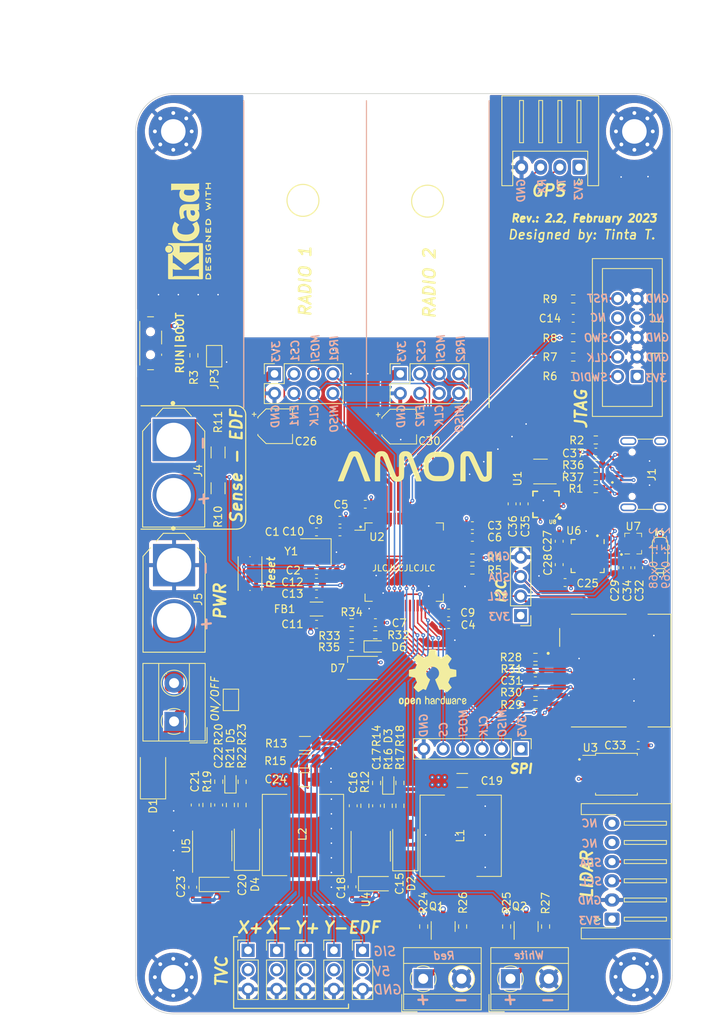
<source format=kicad_pcb>
(kicad_pcb (version 20221018) (generator pcbnew)
  (title_block (title "Amon board") (date "2023-02-15") (rev "2.2") (company "Tinta T"))
  (layers (0 "F.Cu" signal) (1 "In1.Cu" power) (2 "In2.Cu" power) (31 "B.Cu" signal) (34 "B.Paste" user) (35 "F.Paste" user) (36 "B.SilkS" user "B.Silkscreen") (37 "F.SilkS" user "F.Silkscreen") (38 "B.Mask" user) (39 "F.Mask" user) (44 "Edge.Cuts" user))
  (net 0 "")
  (net 1 "/Power/12V")
  (net 2 "GND")
  (net 3 "+5V")
  (net 4 "Net-(U2-VCAP_1)")
  (net 5 "+3.3VA")
  (net 6 "/HSE_IN")
  (net 7 "/HSE_OUT")
  (net 8 "Net-(U2-VCAP_2)")
  (net 9 "Net-(U4-SS)")
  (net 10 "Net-(U4-COMP)")
  (net 11 "Net-(U4-BS)")
  (net 12 "Net-(D2-K)")
  (net 13 "GND1")
  (net 14 "/Power/VBAT+")
  (net 15 "VBUS")
  (net 16 "/IN_D+")
  (net 17 "/IN_D-")
  (net 18 "Net-(U5-SS)")
  (net 19 "Net-(U5-COMP)")
  (net 20 "Net-(U5-BS)")
  (net 21 "Net-(D4-K)")
  (net 22 "/SWDIO")
  (net 23 "/SWDCLK")
  (net 24 "/SWO")
  (net 25 "/NRST")
  (net 26 "/USB_D-")
  (net 27 "/USB_D+")
  (net 28 "MOSI")
  (net 29 "SCL")
  (net 30 "PWM_EDF")
  (net 31 "CLK")
  (net 32 "MISO")
  (net 33 "CS_EXT")
  (net 34 "TX_GPS")
  (net 35 "RX_GPS")
  (net 36 "CS_SD")
  (net 37 "EN_RF1")
  (net 38 "CS_RF1")
  (net 39 "RF_IRQ1")
  (net 40 "EN_RF2")
  (net 41 "CS_RF2")
  (net 42 "RF_IRQ2")
  (net 43 "PWM_Servo_X+")
  (net 44 "PWM_Servo_X-")
  (net 45 "PWM_Servo_Y+")
  (net 46 "PWM_Servo_Y-")
  (net 47 "BAT_EDF_S")
  (net 48 "BAT_BRD_S")
  (net 49 "LED_Red")
  (net 50 "LED_White")
  (net 51 "Brd_Led")
  (net 52 "CS_Flash")
  (net 53 "+3V3")
  (net 54 "SDA")
  (net 55 "Net-(U6-REGOUT)")
  (net 56 "Net-(U6-CPOUT)")
  (net 57 "Net-(D1-A)")
  (net 58 "Net-(D3-A)")
  (net 59 "Net-(D5-A)")
  (net 60 "Net-(D6-A)")
  (net 61 "Net-(D7-RK)")
  (net 62 "Net-(D7-GK)")
  (net 63 "Net-(D7-BK)")
  (net 64 "Net-(J1-CC1)")
  (net 66 "Net-(J1-CC2)")
  (net 68 "Net-(J2-Pin_2)")
  (net 69 "Net-(J2-Pin_4)")
  (net 70 "Net-(J2-Pin_6)")
  (net 73 "Net-(J2-Pin_10)")
  (net 74 "Net-(J4-+)")
  (net 75 "Net-(J7-Pin_1)")
  (net 76 "Net-(J8-Pin_1)")
  (net 82 "Net-(JP2-C)")
  (net 83 "Net-(JP3-B)")
  (net 84 "Net-(Q1-B)")
  (net 85 "Net-(Q1-E)")
  (net 86 "Net-(Q2-B)")
  (net 87 "Net-(Q2-E)")
  (net 88 "Net-(U2-BOOT0)")
  (net 89 "Net-(U4-EN)")
  (net 90 "Net-(C22-Pad2)")
  (net 91 "Net-(C17-Pad2)")
  (net 92 "Net-(U4-FB)")
  (net 93 "Net-(U5-EN)")
  (net 94 "Net-(U5-FB)")
  (net 108 "RGB_Led_B")
  (net 109 "RGB_Led_R")
  (net 110 "RGB_Led_G")
  (net 116 "Net-(U8-C1)")
  (net 117 "Net-(U8-SETC)")
  (net 118 "Net-(U8-SETP)")
  (net 126 "Net-(J1-D+-PadA6)")
  (net 127 "Net-(J1-D--PadA7)")
  (footprint "Jumper:SolderJumper-3_P1.3mm_Open_RoundedPad1.0x1.5mm_NumberLabels" (layer "F.Cu") (at 223.4184 88.9 90)
    (fp_text reference "JP2" hide)
    (fp_text value "I2C address")
  )
  (footprint "MountingHole:MountingHole_3.2mm_M3_Pad_Via" (layer "F.Cu") (at 220.0656 33.9344)
    (fp_text reference "H2" hide)
    (fp_text value "MountingHole_Pad")
  )
  (footprint "Resistor_SMD:R_0603_1608Metric" (layer "F.Cu") (at 212.09 63.3603 180)
    (fp_text reference "R7")
    (fp_text value "100")
  )
  (footprint "Capacitor_SMD:C_0603_1608Metric" (layer "F.Cu") (at 212.09 58.3057)
    (fp_text reference "C14")
    (fp_text value "100nF")
  )
  (footprint "XT60:AMASS_XT60-M" (layer "F.Cu") (at 159.9692 77.7748 -90)
    (fp_text reference "J4")
    (fp_text value "XT60-F")
  )
  (footprint "Connector_PinHeader_2.54mm:PinHeader_1x04_P2.54mm_Vertical" (layer "F.Cu") (at 205.232 97.0688 180)
    (fp_text reference "J14" hide)
    (fp_text value "Conn_01x04_Male")
  )
  (footprint "Resistor_SMD:R_0603_1608Metric" (layer "F.Cu") (at 203.4032 137.6172 90)
    (fp_text reference "R25")
    (fp_text value "1k")
  )
  (footprint "Resistor_SMD:R_0603_1608Metric" (layer "F.Cu") (at 212.09 55.7784 180)
    (fp_text reference "R9")
    (fp_text value "100")
  )
  (footprint "Resistor_SMD:R_1206_3216Metric" (layer "F.Cu") (at 177.0888 113.7412 180)
    (fp_text reference "R13")
    (fp_text value "100k")
  )
  (footprint "Resistor_SMD:R_0603_1608Metric" (layer "F.Cu") (at 183.1848 97.9932 180)
    (fp_text reference "R34")
    (fp_text value "330")
  )
  (footprint "Resistor_SMD:R_0603_1608Metric" (layer "F.Cu") (at 184.912 121.8692 -90)
    (fp_text reference "R12")
    (fp_text value "100k")
  )
  (footprint "Inductor_SMD:L_10.4x10.4_H4.8" (layer "F.Cu") (at 197.4088 125.7808 90)
    (fp_text reference "L1")
    (fp_text value "10uH 4A")
  )
  (footprint "Resistor_SMD:R_0603_1608Metric" (layer "F.Cu") (at 168.893 121.7676 90)
    (fp_text reference "R22")
    (fp_text value "44k")
  )
  (footprint "Resistor_SMD:R_0603_1608Metric" (layer "F.Cu") (at 189.484 121.8692 90)
    (fp_text reference "R17")
    (fp_text value "26k1")
  )
  (footprint "Capacitor_SMD:C_0603_1608Metric" (layer "F.Cu") (at 211.0232 92.7608 180)
    (fp_text reference "C25")
    (fp_text value "0.1uF")
  )
  (footprint "Capacitor_SMD:C_0603_1608Metric" (layer "F.Cu") (at 162.7746 121.7676 90)
    (fp_text reference "C21")
    (fp_text value "100nF")
  )
  (footprint "Resistor_SMD:R_0603_1608Metric" (layer "F.Cu") (at 212.09 60.833 180)
    (fp_text reference "R8")
    (fp_text value "100")
  )
  (footprint "Diode_SMD:D_SMA" (layer "F.Cu") (at 169.531 126.8984 90)
    (fp_text reference "D4")
    (fp_text value "B120-E3")
  )
  (footprint "Resistor_SMD:R_1206_3216Metric" (layer "F.Cu") (at 165.7604 80.4672 90)
    (fp_text reference "R10")
    (fp_text value "100k")
  )
  (footprint "Capacitor_SMD:C_0603_1608Metric" (layer "F.Cu") (at 210.2612 87.376 -90)
    (fp_text reference "C27")
    (fp_text value "0.1uF")
  )
  (footprint "TerminalBlock_MetzConnect:TerminalBlock_MetzConnect_Type055_RT01502HDWU_1x02_P5.00mm_Horizontal" (layer "F.Cu") (at 192.5212 144.4244)
    (fp_text reference "J7" hide)
    (fp_text value "Red leds")
  )
  (footprint "Package_SO:SOIC-8_5.23x5.23mm_P1.27mm" (layer "F.Cu") (at 217.7288 117.7544)
    (fp_text reference "U3")
    (fp_text value "W25Q128JVS")
  )
  (footprint "Resistor_SMD:R_0603_1608Metric" (layer "F.Cu") (at 215.0364 80.518 180)
    (fp_text reference "R1")
    (fp_text value "5k1")
  )
  (footprint "Capacitor_SMD:C_0603_1608Metric" (layer "F.Cu") (at 183.388 121.8692 90)
    (fp_text reference "C16")
    (fp_text value "100nF")
  )
  (footprint "Connector_PinSocket_2.54mm:PinSocket_2x04_P2.54mm_Vertical" (layer "F.Cu") (at 189.5312 65.55 90)
    (fp_text reference "J9" hide)
    (fp_text value "Conn_02x04_Odd_Even")
  )
  (footprint "Package_LGA:Bosch_LGA-8_2x2.5mm_P0.65mm_ClockwisePinNumbering" (layer "F.Cu") (at 219.9132 87.6808 90)
    (fp_text reference "U7")
    (fp_text value "BME280")
  )
  (footprint "Resistor_SMD:R_0603_1608Metric" (layer "F.Cu") (at 192.5828 137.6172 90)
    (fp_text reference "R24")
    (fp_text value "1k")
  )
  (footprint "Resistor_SMD:R_0603_1608Metric" (layer "F.Cu") (at 197.6628 137.6172 -90)
    (fp_text reference "R26")
    (fp_text value "1k")
  )
  (footprint "TerminalBlock_MetzConnect:TerminalBlock_MetzConnect_Type055_RT01502HDWU_1x02_P5.00mm_Horizontal" (layer "F.Cu") (at 160.02 110.8668 90)
    (fp_text reference "J3" hide)
    (fp_text value "Switch_port")
  )
  (footprint "Resistor_SMD:R_0603_1608Metric" (layer "F.Cu") (at 215.0364 78.9305 180)
    (fp_text reference "R37")
    (fp_text value "22")
  )
  (footprint "Resistor_SMD:R_0603_1608Metric" (layer "F.Cu") (at 162.6108 63.1322 -90)
    (fp_text reference "R3")
    (fp_text value "10k")
  )
  (footprint "Connector_PinHeader_2.54mm:PinHeader_1x03_P2.54mm_Vertical" (layer "F.Cu") (at 180.8734 140.716)
    (fp_text reference "M4" hide)
    (fp_text value "Servo_Y-")
  )
  (footprint "Resistor_SMD:R_0603_1608Metric" (layer "F.Cu") (at 207.1746 108.6612)
    (fp_text reference "R29")
    (fp_text value "10k")
  )
  (footprint "MountingHole:MountingHole_3.2mm_M3_Pad_Via" (layer "F.Cu") (at 159.9184 33.9344)
    (fp_text reference "H1" hide)
    (fp_text value "MountingHole_Pad")
  )
  (footprint "Capacitor_Tantalum_SMD:CP_EIA-3216-10_Kemet-I" (layer "F.Cu") (at 186.3852 132.0292)
    (fp_text reference "C15")
    (fp_text value "10uF")
  )
  (footprint "Connector_IDC:IDC-Header_2x05_P2.54mm_Vertical" (layer "F.Cu") (at 220.4212 65.8876 180)
    (fp_text reference "J2" hide)
    (fp_text value "Conn_2x5 pin")
  )
  (footprint "Resistor_SMD:R_0603_1608Metric" (layer "F.Cu") (at 183.1848 99.568 180)
    (fp_text reference "R33")
    (fp_text value "330")
  )
  (footprint "Resistor_SMD:R_0603_1608Metric" (layer "F.Cu") (at 189.484 118.892 90)
    (fp_text reference "R18")
    (fp_text value "1k5")
  )
  (footprint "Capacitor_SMD:C_0603_1608Metric" (layer "F.Cu") (at 178.6013 94.234 180)
    (fp_text reference "C13")
    (fp_text value "100nF")
  )
  (footprint "TerminalBlock_MetzConnect:TerminalBlock_MetzConnect_Type055_RT01502HDWU_1x02_P5.00mm_Horizontal" (layer "F.Cu") (at 203.9004 144.4244)
    (fp_text reference "J8" hide)
    (fp_text value "White leds")
  )
  (footprint "Resistor_SMD:R_0603_1608Metric" (layer "F.Cu") (at 215.0364 77.343 180)
    (fp_text reference "R36")
    (fp_text value "22")
  )
  (footprint "Capacitor_SMD:C_0603_1608Metric" (layer "F.Cu") (at 181.6608 86.1568 180)
    (fp_text reference "C10")
    (fp_text value "100nF")
  )
  (footprint "Connector_PinHeader_2.54mm:PinHeader_1x03_P2.54mm_Vertical" (layer "F.Cu") (at 184.6072 140.716)
    (fp_text reference "J11" hide)
    (fp_text value "Conn_01x03_Male")
  )
  (footprint "Capacitor_Tantalum_SMD:CP_EIA-3216-10_Kemet-I" (layer "F.Cu") (at 165.6194 132.1308)
    (fp_text reference "C20")
    (fp_text value "10uF")
  )
  (footprint "Capacitor_SMD:C_0603_1608Metric" (layer "F.Cu") (at 205.6892 82.4992 90)
    (fp_text reference "C35")
    (fp_text value "4.7uF")
  )
  (footprint "Connector_USB:USB_C_Receptacle_XKB_U262-16XN-4BVC11" (layer "F.Cu") (at 222.3826 78.6384 90)
    (fp_text reference "J1")
    (fp_text value "USB2.0_C_Rev")
  )
  (footprint "Library:Amon_logo" (layer "F.Cu") (at 191.4144 77.6224)
    (fp_text reference "G***" hide)
    (fp_text value "LOGO" hide)
  )
  (footprint "Capacitor_SMD:C_0603_1608Metric" (layer "F.Cu") (at 178.6013 92.71 180)
    (fp_text reference "C12")
    (fp_text value "1uF")
  )
  (footprint "Jumper:SolderJumper-2_P1.3mm_Open_TrianglePad1.0x1.5mm" (layer "F.Cu") (at 165.2524 63.246 90)
    (fp_text reference "JP3")
    (fp_text value "SolderJumper_2_Open")
  )
  (footprint "Capacitor_SMD:C_0603_1608Metric" (layer "F.Cu") (at 178.6013 91.186 180)
    (fp_text reference "C2")
    (fp_text value "14pF")
  )
  (footprint "Diode_SMD:D_SMA" (layer "F.Cu") (at 190.1952 126.9492 90)
    (fp_text reference "D2")
    (fp_text value "B120-E3")
  )
  (footprint "Capacitor_SMD:C_0603_1608Metric" (layer "F.Cu") (at 220.5736 113.9952)
    (fp_text reference "C33")
    (fp_text value "1uF")
  )
  (footprint "MountingHole:MountingHole_3.2mm_M3_Pad_Via" (layer "F.Cu") (at 220.0148 144.1704)
    (fp_text reference "H4" hide)
    (fp_text value "MountingHole_Pad")
  )
  (footprint "Package_TO_SOT_SMD:SOT-23-6_Handsoldering" (layer "F.Cu") (at 207.8228 78.2828 180)
    (fp_text reference "U1")
    (fp_text value "USBLC6-2P6")
  )
  (footprint "Resistor_SMD:R_0603_1608Metric" (layer "F.Cu") (at 198.9328 89.5604 180)
    (fp_text reference "R4")
    (fp_text value "4k7")
  )
  (footprint "Connector_JST:JST_XH_S6B-XH-A-1_1x06_P2.50mm_Horizontal" (layer "F.Cu") (at 217.1488 136.6536 90)
    (fp_text reference "J12" hide)
    (fp_text value "Conn_01x06_Male")
  )
  (footprint "Symbol:OSHW-Logo2_9.8x8mm_SilkScreen" (layer "F.Cu") (at 193.7512 105.2068)
    (fp_text reference "REF**" hide)
    (fp_text value "OSHW-Logo2_9.8x8mm_SilkScreen" hide)
  )
  (footprint "Connector_PinHeader_2.54mm:PinHeader_1x03_P2.54mm_Vertical" (layer "F.Cu") (at 173.4058 140.716)
    (fp_text reference "M2" hide)
    (fp_text value "Servo_X-")
  )
  (footprint "Capacitor_SMD:C_1206_3216Metric" (layer "F.Cu") (at 177.0888 118.4656 180)
    (fp_text reference "C24")
    (fp_text value "22uF")
  )
  (footprint "MicroSD_slot:AMPHENOL_GTFP08131Y2HR" (layer "F.Cu") (at 220.4212 104.2416 90)
    (fp_text reference "J10" hide)
    (fp_text value "GTFP08131Y2HR")
  )
  (footprint "Capacitor_SMD:C_1206_3216Metric" (layer "F.Cu") (at 197.612 118.5672 180)
    (fp_text reference "C19")
    (fp_text value "22uF")
  )
  (footprint "Capacitor_SMD:C_0603_1608Metric" (layer "F.Cu") (at 184.9628 82.55 180)
    (fp_text reference "C5")
    (fp_text value "100nF")
  )
  (footprint "Capacitor_SMD:C_0603_1608Metric" (layer "F.Cu") (at 210.2612 90.424 -90)
    (fp_text reference "C28")
    (fp_text value "0.1uF")
  )
  (footprint "Capacitor_SMD:C_0603_1608Metric" (layer "F.Cu") (at 219.1004 90.8304 90)
    (fp_text reference "C34")
    (fp_text value "100nF")
  )
  (footprint "Resistor_SMD:R_0603_1608Metric" (layer "F.Cu") (at 186.2636 99.568)
    (fp_text reference "R32")
    (fp_text value "330")
  )
  (footprint "Resistor_SMD:R_0603_1608Metric" (layer "F.Cu") (at 215.0364 74.168 180)
    (fp_text reference "R2")
    (fp_text value "5k1")
  )
  (footprint "Resistor_SMD:R_0603_1608Metric" (layer "F.Cu") (at 207.1624 107.0864)
    (fp_text reference "R30")
    (fp_text value "10k")
  )
  (footprint "Resistor_SMD:R_0603_1608Metric" (layer "F.Cu") (at 208.4832 137.6172 -90)
    (fp_text reference "R27")
    (fp_text value "1k")
  )
  (footprint "Resistor_SMD:R_0603_1608Metric" (layer "F.Cu") (at 167.3634 121.7676 -90)
    (fp_text reference "R21")
    (fp_text value "10k")
  )
  (footprint "Button_Switch_SMD:SW_Push_1P1T_NO_CK_KMR2" (layer "F.Cu") (at 169.926 91.5924 -90)
    (fp_text reference "SW2" hide)
    (fp_text value "SW_SPST")
  )
  (footprint "Capacitor_SMD:C_0603_1608Metric" (layer "F.Cu") (at 198.9328 85.344)
    (fp_text reference "C3")
    (fp_text value "4.7uF")
  )
  (footprint "Connector_PinSocket_2.54mm:PinSocket_2x04_P2.54mm_Vertical" (layer "F.Cu") (at 173.1228 65.55 90)
    (fp_text reference "J6" hide)
    (fp_text value "Conn_02x04_Odd_Even")
  )
  (footprint "Package_SO:SOIC-8-1EP_3.9x4.9mm_P1.27mm_EP2.62x3.51mm" (layer "F.Cu") (at 164.9984 127.1016 90)
    (fp_text reference "U5")
    (fp_text value "MP2303ADN")
  )
  (footprint "Resistor_SMD:R_0603_1608Metric" (layer "F.Cu") (at 207.1624 102.5144)
    (fp_text reference "R28")
    (fp_text value "10k")
  )
  (footprint "Inductor_SMD:L_1206_3216Metric_Pad1.22x1.90mm_HandSolder" (layer "F.Cu") (at 178.6013 96.2152 180)
    (fp_text reference "FB1")
    (fp_text value "100R 100MHz")
  )
  (footprint "Resistor_SMD:R_0603_1608Metric" (layer "F.Cu") (at 207.1624 104.0384)
    (fp_text reference "R31")
    (fp_text value "10k")
  )
  (footprint "Capacitor_SMD:C_0603_1608Metric" (layer "F.Cu") (at 207.1502 105.5624)
    (fp_text reference "C31")
    (fp_text value "10uF")
  )
  (footprint "Capacitor_SMD:C_0603_1608Metric" (layer "F.Cu") (at 165.8338 121.7676 90)
    (fp_text reference "C22")
    (fp_text value "3.9nF")
  )
  (footprint "Resistor_SMD:R_0603_1608Metric" (layer "F.Cu") (at 165.8506 118.725 -90)
    (fp_text reference "R20")
    (fp_text value "6k8")
  )
  (footprint "Resistor_SMD:R_0603_1608Metric" (layer "F.Cu") (at 164.3042 121.7676 -90)
    (fp_text reference "R19")
    (fp_text value "100k")
  )
  (footprint "Resistor_SMD:R_0603_1608Metric" (layer "F.Cu") (at 187.96 121.8692 -90)
    (fp_text reference "R16")
    (fp_text value "10k")
  )
  (footprint "Diode_SMD:D_SMA" (layer "F.Cu") (at 157.2768 117.57 90)
    (fp_text reference "D1")
    (fp_text value "B120-E3")
  )
  (footprint "Crystal:Crystal_SMD_3225-4Pin_3.2x2.5mm" (layer "F.Cu") (at 178.5112 88.6968 180)
    (fp_text reference "Y1")
    (fp_text value "25MHz")
  )
  (footprint "HMC5883L:LPCC-16" (layer "F.Cu") (at 208.534 82.563 180)
    (fp_text reference "U8")
    (fp_text value "HMC5883L")
  )
  (footprint "Capacitor_SMD:C_0603_1608Metric" (layer "F.Cu") (at 186.436 121.8692 90)
    (fp_text reference "C17")
    (fp_text value "3.9nF")
  )
  (footprint "Button_Switch_SMD:SW_SPDT_PCM12" (layer "F.Cu") (at 157.2768 61.5574 -90)
    (fp_text reference "SW1" hide)
    (fp_text value "SW_DPDT")
  )
  (footprint "Connector_JST:JST_XH_S4B-XH-A_1x04_P2.50mm_Horizontal" (layer "F.Cu") (at 212.8428 38.6036 180)
    (fp_text reference "J13" hide)
    (fp_text value "Conn_01x04_Male")
  )
  (footprint "Capacitor_SMD:C_0603_1608Metric" (layer "F.Cu") (at 178.6128 98.1964)
    (fp_text reference "C11")
    (fp_text value "1uF")
  )
  (footprint "Capacitor_SMD:CP_Elec_4x5.4" (layer "F.Cu") (at 189.3908 72.428)
    (fp_text reference "C30")
    (fp_text value "10uF")
  )
  (footprint "Capacitor_SMD:C_0603_1608Metric" (layer "F.Cu") (at 204.1144 82.4992 90)
    (fp_text reference "C36")
    (fp_text value "0.22uF")
  )
  (footprint "LED_SMD:LED_0603_1608Metric" (layer "F.Cu") (at 187.96 118.872 90)
    (fp_text reference "D3")
    (fp_text value "Red")
  )
  (footprint "Capacitor_SMD:C_0603_1608Metric" (layer "F.Cu") (at 183.2356 132.4356 -90)
    (fp_text reference "C18")
    (fp_text value "10nF")
  )
  (footprint "Resistor_SMD:R_1206_3216Metric" (layer "F.Cu") (at 177.0888 116.0272)
    (fp_text reference "R15")
    (fp_text value "10k")
  )
  (footprint "LED_SMD:LED_Cree-PLCC4_3.2x2.8mm_CCW" (layer "F.Cu") (at 184.6072 103.886)
    (fp_text reference "D7")
    (fp_text value "LED_RGBA")
  )
  (footprint "Capacitor_SMD:CP_Elec_4x5.4" (layer "F.Cu") (at 173.2144 72.3772)
    (fp_text reference "C26")
    (fp_text value "10uF")
  )
  (footprint "Package_TO_SOT_SMD:SOT-23" (layer "F.Cu") (at 195.1228 137.6172 90)
    (fp_text reference "Q1")
    (fp_text value "BC817")
  )
  (footprint "Inductor_SMD:L_10.4x10.4_H4.8" (layer "F.Cu") (at 176.8348 125.6792 90)
    (fp_text reference "L2")
    (fp_text value "10uH 4A")
  )
  (footprint "MountingHole:MountingHole_3.2mm_M3_Pad_Via" (layer "F.Cu") (at 159.9184 144.2212)
    (fp_text reference "H3" hide)
    (fp_text value "MountingHole_Pad")
  )
  (footprint "Capacitor_SMD:C_0603_1608Metric" (layer "F.Cu") (at 195.834 98.2472)
    (fp_text reference "C4")
    (fp_text value "2.2uF")
  )
  (footprint "Package_QFP:LQFP-64_10x10mm_P0.5mm" (layer "F.Cu") (at 190.0428 90.0938)
    (fp_text reference "U2")
    (fp_text value "STM32F405RGT6-LQFP64")
  )
  (footprint "LED_SMD:LED_0603_1608Metric" (layer "F.Cu") (at 167.3746 118.725 90)
    (fp_text reference "D5")
    (fp_text value "Red")
  )
  (footprint "XT60:AMASS_XT60-M" (layer "F.Cu") (at 160.02 94.092 -90)
    (fp_text reference "J5")
    (fp_text value "XT60-F")
  )
  (footprint "Resistor_SMD:R_0603_1608Metric" (layer "F.Cu") (at 186.436 118.892 -90)
    (fp_text reference "R14")
    (fp_text value "6k8")
  )
  (footprint "Capacitor_SMD:C_0603_1608Metric" (layer "F.Cu") (at 195.834 96.7232)
    (fp_text reference "C9")
    (fp_text value "100nF")
  )
  (footprint "Capacitor_SMD:C_0603_1608Metric" (layer "F.Cu") (at 186.2836 97.9932 180)
    (fp_text reference "C7")
    (fp_text value "100nF")
  )
  (footprint "Sensor_Motion:InvenSense_QFN-24_4x4mm_P0.5mm" (layer "F.Cu") (at 213.9696 89.3064 -90)
    (fp_text reference "U6")
    (fp_text value "MPU-6050")
  )
  (footprint "Package_TO_SOT_SMD:SOT-23" (layer "F.Cu") (at 205.9432 137.6172 90)
    (fp_text reference "Q2")
    (fp_text value "BC817")
  )
  (footprint "Connector_PinHeader_2.54mm:PinHeader_1x03_P2.54mm_Vertical" (layer "F.Cu") (at 169.672 140.716)
    (fp_text reference "M1" hide)
    (fp_text value "Servo_X+")
  )
  (footprint "Jumper:SolderJumper-2_P1.3mm_Open_Pad1.0x1.5mm" (layer "F.Cu") (at 167.4368 108.062 90)
    (fp_text reference "JP1" hide)
    (fp_text value "SolderJumper_2_Open")
  )
  (footprint "Capacitor_SMD:C_0603_1608Metric" (layer "F.Cu") (at 220.6244 90.8304 -90)
    (fp_text reference "C32")
    (fp_text value "100nF")
  )
  (footprint "Resistor_SMD:R_0603_1608Metric" (layer "F.Cu") (at 198.9328 91.1352 180)
    (fp_text reference "R5")
    (fp_text value "4k7")
  )
  (footprint "Capacitor_SMD:C_0603_1608Metric" (layer "F.Cu") (at 162.4584 132.4864 -90)
    (fp_text reference "C23")
    (fp_text value "10nF")
  )
  (footprint "Capacitor_SMD:C_0603_1608Metric" (layer "F.Cu") (at 181.6608 84.6328 180)
    (fp_text reference "C8")
    (fp_text value "100nF")
  )
  (footprint "Connector_PinHeader_2.54mm:PinHeader_1x03_P2.54mm_Vertical" (layer "F.Cu") (at 177.1396 140.716)
    (fp_text reference "M3" hide)
    (fp_text value "Servo_Y+")
  )
  (footprint "Connector_PinHeader_2.54mm:PinHeader_1x06_P2.54mm_Vertical" (layer "F.Cu") (at 205.2828 114.4524 -90)
    (fp_text reference "J15" hide)
    (fp_text value "Conn_01x06_Male")
  )
  (footprint "Package_SO:SOIC-8-1EP_3.9x4.9mm_P1.27mm_EP2.62x3.51mm" (layer "F.Cu") (at 185.674 127.1524 90)
    (fp_text reference "U4")
    (fp_text value "MP2303ADN")
  )
  (footprint "Resistor_SMD:R_0603_1608Metric" (layer "F.Cu") (at 183.1848 101.092 180)
    (fp_text reference "R35")
    (fp_text value "330")
  )
  (footprint "Capacitor_SMD:C_0603_1608Metric" (layer "F.Cu") (at 215.0364 75.7555)
    (fp_text reference "C37")
    (fp_text value "100nF")
  )
  (footprint "Capacitor_SMD:C_0603_1608Metric" (layer "F.Cu") (at 217.5256 90.8304 -90)
    (fp_text reference "C29")
    (fp_text value "2.2nF")
  )
  (footprint "LED_SMD:LED_0603_1608Metric" (layer "F.Cu") (at 186.2836 101.092)
    (fp_text reference "D6")
    (fp_text value "RED")
  )
  (footprint "MountingHole:MountingHole_3.2mm_M3" (layer "F.Cu") (at 176.8212 42.9132)
    (fp_text reference "H6" hide)
    (fp_text value "MountingHole")
  )
  (footprint "Symbol:KiCad-Logo2_5mm_SilkScreen" (layer "F.Cu") (at 161.8488 46.9392 90)
    (fp_text reference "REF**" hide)
    (fp_text value "KiCad-Logo2_5mm_SilkScreen" hide)
  )
  (footprint "Capacitor_SMD:C_0603_1608Metric" (layer "F.Cu") (at 198.9328 86.868)
    (fp_text reference "C6")
    (fp_text value "2.2uF")
  )
  (footprint "Resistor_SMD:R_0603_1608Metric" (layer "F.Cu") (at 168.8986 118.7372 90)
    (fp_text reference "R23")
    (fp_text value "1k5")
  )
  (footprint "Resistor_SMD:R_1206_3216Metric" (layer "F.Cu") (at 165.7604 75.7936 90)
    (fp_text reference "R11")
    (fp_text value "10k")
  )
  (footprint "Resistor_SMD:R_0603_1608Metric" (layer "F.Cu") (at 212.09 65.8876 180)
    (fp_text reference "R6")
    (fp_text value "100")
  )
  (footprint "Capacitor_SMD:C_0603_1608Metric" (layer "F.Cu") (at 178.6013 86.1568 180)
    (fp_text reference "C1")
    (fp_text value "14pF")
  )
  (footprint "MountingHole:MountingHole_3.2mm_M3" (layer "F.Cu") (at 193.0772 43.0148)
    (fp_text reference "H5" hide)
    (fp_text value "MountingHole")
  )
  (gr_line (start 169.1152 69.9364) (end 169.1152 29.9364) (stroke (width 0.15)) (layer "B.SilkS"))
  (gr_line (start 185.1152 69.9364) (end 185.1152 29.9364) (stroke (width 0.15)) (layer "B.SilkS"))
  (gr_line (start 201.1152 68) (end 201.1152 29.9364) (stroke (width 0.15)) (layer "B.SilkS"))
  (gr_line (start 182.7784 147.7264) (end 182.7784 148.2852) (stroke (width 0.15)) (layer "F.SilkS"))
  (gr_circle (center 193.0908 43.0276) (end 191.6176 41.5544) (stroke (width 0.15)) (fill none) (layer "F.SilkS"))
  (gr_line (start 201.1152 29.9364) (end 201.1152 69.9364) (stroke (width 0.15)) (layer "F.SilkS"))
  (gr_line (start 167.7924 148.2852) (end 167.7924 138.938) (stroke (width 0.15)) (layer "F.SilkS"))
  (gr_line (start 169.368303 70.880164) (end 169.368303 84.618636) (stroke (width 0.15)) (layer "F.SilkS"))
  (gr_line (start 167.7924 138.938) (end 168.3004 138.938) (stroke (width 0.15)) (layer "F.SilkS"))
  (gr_line (start 155.709364 69.710661) (end 168.1988 69.710661) (stroke (width 0.15)) (layer "F.SilkS"))
  (gr_arc (start 169.368303 84.618636) (mid 169.025764 85.4456) (end 168.1988 85.788139) (stroke (width 0.15)) (layer "F.SilkS"))
  (gr_line (start 169.1152 29.9364) (end 169.1152 69.9364) (stroke (width 0.15)) (layer "F.SilkS"))
  (gr_arc (start 168.1988 69.710661) (mid 169.025764 70.0532) (end 169.368303 70.880164) (stroke (width 0.15)) (layer "F.SilkS"))
  (gr_line (start 168.1988 85.7968) (end 155.709364 85.7968) (stroke (width 0.15)) (layer "F.SilkS"))
  (gr_circle (center 176.834181 42.926) (end 175.360981 41.4528) (stroke (width 0.15)) (fill none) (layer "F.SilkS"))
  (gr_line (start 182.7784 148.2852) (end 167.8432 148.2852) (stroke (width 0.15)) (layer "F.SilkS"))
  (gr_line (start 185.1152 29.9364) (end 185.1152 69.9364) (stroke (width 0.15)) (layer "F.SilkS"))
  (gr_arc (start 160 149) (mid 156.455509 147.544491) (end 155 144) (stroke (width 0.1)) (layer "Edge.Cuts"))
  (gr_line (start 155 144) (end 155 34) (stroke (width 0.1)) (layer "Edge.Cuts"))
  (gr_line (start 225 34) (end 225 144) (stroke (width 0.1)) (layer "Edge.Cuts"))
  (gr_arc (start 225 144) (mid 223.544491 147.544491) (end 220 149) (stroke (width 0.1)) (layer "Edge.Cuts"))
  (gr_line (start 160 29) (end 220 29) (stroke (width 0.1)) (layer "Edge.Cuts"))
  (gr_line (start 220 149) (end 160 149) (stroke (width 0.1)) (layer "Edge.Cuts"))
  (gr_arc (start 220 29) (mid 223.544491 30.455509) (end 225 34) (stroke (width 0.1)) (layer "Edge.Cuts"))
  (gr_arc (start 155 34) (mid 156.455509 30.455509) (end 160 29) (stroke (width 0.1)) (layer "Edge.Cuts"))
  (gr_text "-" (at 208.8388 147.1168) (layer "B.SilkS") (effects (font (size 1.5 1.5) (thickness 0.3) italic) (justify mirror)))
  (gr_text "GND" (at 187.940857 145.8468) (layer "B.SilkS") (effects (font (size 1.2 1.2) (thickness 0.2) italic) (justify mirror)))
  (gr_text "CS2" (at 192.278 62.512738 90) (layer "B.SilkS") (effects (font (size 1 1) (thickness 0.2) italic) (justify mirror)))
  (gr_text "MISO" (at 197.2564 71.3232 90) (layer "B.SilkS") (effects (font (size 1 1) (thickness 0.2) italic) (justify mirror)))
  (gr_text "3V3" (at 173.3296 62.584167 90) (layer "B.SilkS") (effects (font (size 1 1) (thickness 0.2) italic) (justify mirror)))
  (gr_text "-" (at 197.5104 147.1168) (layer "B.SilkS") (effects (font (size 1.5 1.5) (thickness 0.3) italic) (justify mirror)))
  (gr_text "CLK" (at 194.6148 70.918438 90) (layer "B.SilkS") (effects (font (size 1 1) (thickness 0.2) italic) (justify mirror)))
  (gr_text "CLK" (at 200.406 111.453562 90) (layer "B.SilkS") (effects (font (size 1 1) (thickness 0.2) italic) (justify mirror)))
  (gr_text "GND" (at 205.2828 41.6052 90) (layer "B.SilkS") (effects (font (size 1 1) (thickness 0.2) italic) (justify mirror)))
  (gr_text "SWO" (at 215.138 60.8584) (layer "B.SilkS") (effects (font (size 1 1) (thickness 0.2) italic) (justify mirror)))
  (gr_text "IRQ2" (at 197.4088 62.23 90) (layer "B.SilkS") (effects (font (size 1 1) (thickness 0.2) italic) (justify mirror)))
  (gr_text "NC" (at 214.2744 126.7968) (layer "B.SilkS") (effects (font (size 1 1) (thickness 0.2) italic) (justify mirror)))
  (gr_text "3V3" (at 205.4352 111.477372 90) (layer "B.SilkS") (effects (font (size 1 1) (thickness 0.2) italic) (justify mirror)))
  (gr_text "RX" (at 208.026 41.057581 90) (layer "B.SilkS") (effects (font (size 1 1) (thickness 0.2) italic) (justify mirror)))
  (gr_text "SDA" (at 214.4268 129.286) (layer "B.SilkS") (effects (font (size 1 1) (thickness 0.2) italic) (justify mirror)))
  (gr_text "MOSI" (at 197.7644 111.0488 90) (layer "B.SilkS") (effects (font (size 1 1) (thickness 0.2) italic) (justify mirror)))
  (gr_text "EN2" (at 192.1256 70.966057 90) (layer "B.SilkS") (effects (font (size 1 1) (thickness 0.2) italic) (justify mirror)))
  (gr_text "CS" (at 195.1736 111.882134 90) (layer "B.SilkS") (effects (font (size 1 1) (thickness 0.2) italic) (justify mirror)))
  (gr_text "3V3" (at 214.2744 136.8552) (layer "B.SilkS") (effects (font (size 1 1) (thickness 0.2) italic) (justify mirror)))
  (gr_text "NC" (at 214.2744 124.1552) (layer "B.SilkS") (effects (font (size 1 1) (thickness 0.2) italic) (justify mirror)))
  (gr_text "GND" (at 202.369752 89.3472) (layer "B.SilkS") (effects (font (size 1 1) (thickness 0.2) italic) (justify mirror)))
  (gr_text "+" (at 164.1348 98.0948 90) (layer "B.SilkS") (effects (font (size 1.5 1.5) (thickness 0.3) italic) (justify mirror)))
  (gr_text "3V3" (at 202.512609 97.2212) (layer "B.SilkS") (effects (font (size 1 1) (thickness 0.2) italic) (justify mirror)))
  (gr_text "SCL" (at 214.4776 131.7244) (layer "B.SilkS") (effects (font (size 1 1) (thickness 0.2) italic) (justify mirror)))
  (gr_text "-" (at 164.0332 90.8304 90) (layer "B.SilkS") (effects (font (size 1.5 1.5) (thickness 0.3) italic) (justify mirror)))
  (gr_text "GND" (at 192.5828 111.334515 90) (layer "B.SilkS") (effects (font (size 1 1) (thickness 0.2) italic) (justify mirror)))
  (gr_text "+" (at 163.7792 81.788 90) (layer "B.SilkS") (effects (font (size 1.5 1.5) (thickness 0.3) italic) (justify mirror)))
  (gr_text "RST" (at 215.352286 55.7276) (layer "B.SilkS") (effects (font (size 1 1) (thickness 0.2) italic) (justify mirror)))
  (gr_text "IRQ1" (at 180.8988 62.23 90) (layer "B.SilkS") (effects (font (size 1 1) (thickness 0.2) italic) (justify mirror)))
  (gr_text "GND" (at 223.1136 63.3984) (layer "B.SilkS") (effects (font (size 1 1) (thickness 0.2) italic) (justify mirror)))
  (gr_text "CLK" (at 215.304667 63.4492) (layer "B.SilkS") (effects (font (size 1 1) (thickness 0.2) italic) (justify mirror)))
  (gr_text "SIG" (at 187.569429 140.8534) (layer "B.SilkS") (effects (font (size 1.2 1.2) (thickness 0.2) italic) (justify mirror)))
  (gr_text "CS1" (at 175.8188 62.512738 90) (layer "B.SilkS") (effects (font (size 1 1) (thickness 0.2) italic) (justify mirror)))
  (gr_text "3V3" (at 222.970743 66.0908) (layer "B.SilkS") (effects (font (size 1 1) (thickness 0.2) italic) (justify mirror)))
  (gr_text "SDA" (at 202.4888 92.0904) (layer "B.SilkS") (effects (font (size 1 1) (thickness 0.2) italic) (justify mirror)))
  (gr_text "GND" (at 223.1136 55.7276) (layer "B.SilkS") (effects (font (size 1 1) (thickness 0.2) italic) (justify mirror)))
  (gr_text "TX" (at 210.566 40.938533 90) (layer "B.SilkS") (effects (font (size 1 1) (thickness 0.2) italic) (justify mirror)))
  (gr_text "Red" (at 195.2752 141.4272) (layer "B.SilkS") (effects (font (size 1 1) (thickness 0.2) italic) (justify mirror)))
  (gr_text "MOSI" (at 194.818 62.155596 90) (layer "B.SilkS") (effects (font (size 1 1) (thickness 0.2) italic) (justify mirror)))
  (gr_text "SWDIO" (at 214.3252 65.9892) (layer "B.SilkS") (effects (font (size 1 1) (thickness 0.2) italic) (justify mirror)))
  (gr_text "2-1: 0x68\n2-3: 0x69" (at 223.3676 89.5604 90) (layer "B.SilkS") (effects (font (size 1 1)) (justify mirror)))
  (gr_text "3V3" (at 212.8012 41.462343 90) (layer "B.SilkS") (effects (font (size 1 1) (thickness 0.2) italic) (justify mirror)))
  (gr_text "-" (at 163.6776 74.5236 90) (layer "B.SilkS") (effects (font (size 1.5 1.5) (thickness 0.3) italic) (justify mirror)))
  (gr_text "EN1" (at 175.7172 70.966057 90) (layer "B.SilkS") (effects (font (size 1 1) (thickness 0.2) italic) (justify mirror)))
  (gr_text "GND" (at 214.2744 134.2136) (layer "B.SilkS") (effects (font (size 1 1) (thickness 0.2) italic) (justify mirror)))
  (gr_text "MISO" (at 180.8988 71.3232 90) (layer "B.SilkS") (effects (font (size 1 1) (thickness 0.2) italic) (justify mirror)))
  (gr_text "GND" (at 173.228 71.037486 90) (layer "B.SilkS") (effects (font (size 1 1) (thickness 0.2) italic) (justify mirror)))
  (gr_text "MOSI" (at 178.4604 62.155596 90) (layer "B.SilkS") (effects (font (size 1 1) (thickness 0.2) italic) (justify mirror)))
  (gr_text "SCL" (at 202.3364 94.5896) (layer "B.SilkS") (effects (font (size 1 1) (thickness 0.2) italic) (justify mirror)))
  (gr_text "GND" (at 223.1136 60.8076) (layer "B.SilkS") (effects (font (size 1 1) (thickness 0.2) italic) (justify mirror)))
  (gr_text "White" (at 206.3496 141.3764) (layer "B.SilkS") (effects (font (size 1 1) (thickness 0.2) italic) (justify mirror)))
  (gr_text "NC" (at 215.392 58.2168) (layer "B.SilkS") (effects (font (size 1 1) (thickness 0.2) italic) (justify mirror)))
  (gr_text "3V3" (at 189.738 62.584167 90) (layer "B.SilkS") (effects (font (size 1 1) (thickness 0.2) italic) (justify mirror)))
  (gr_text "+" (at 203.9112 147.066) (layer "B.SilkS") (effects (font (size 1.5 1.5) (thickness 0.3) italic) (justify mirror)))
  (gr_text "CLK" (at 178.308 70.918438 90) (layer "B.SilkS") (effects (font (size 1 1) (thickness 0.2) italic) (justify mirror)))
  (gr_text "5V" (at 187.198 143.4696) (layer "B.SilkS") (effects (font (size 1.2 1.2) (thickness 0.2) italic) (justify mirror)))
  (gr_text "GND" (at 189.6364 71.037486 90) (layer "B.SilkS") (effects (font (size 1 1) (thickness 0.2) italic) (justify mirror)))
  (gr_text "+" (at 192.532 147.066) (layer "B.SilkS") (effects (font (size 1.5 1.5) (thickness 0.3) italic) (justify mirror)))
  (gr_text "MISO" (at 202.8444 111.0488 90) (layer "B.SilkS") (effects (font (size 1 1) (thickness 0.2) italic) (justify mirror)))
  (gr_text "NC" (at 223.012 58.3184) (layer "B.SilkS") (effects (font (size 1 1) (thickness 0.2) italic) (justify mirror)))
  (gr_text "." (at 215.2396 86.2584) (layer "F.SilkS") (effects (font (size 1 1) (thickness 0.25))))
  (gr_text "X+" (at 169.9514 137.7546) (layer "F.SilkS") (effects (font (size 1.5 1.5) (thickness 0.3) italic)))
  (gr_text "." (at 183.9468 85.4964 90) (layer "F.SilkS") (effects (font (size 1 1) (thickness 0.25))))
  (gr_text "ON/OFF" (at 165.354 107.95 90) (layer "F.SilkS") (effects (font (size 1 1) (thickness 0.15) italic)))
  (gr_text "Designed by: Tinta T." (at 213.2076 47.3964) (layer "F.SilkS") (effects (font (size 1.2 1.2) (thickness 0.2) italic)))
  (gr_text "SPI" (at 205.2828 117.0432) (layer "F.SilkS") (effects (font (size 1.2 1.2) (thickness 0.3) italic)))
  (gr_text "PWR" (at 166.0144 95.2096 90) (layer "F.SilkS") (effects (font (size 1.5 1.5) (thickness 0.3) italic)))
  (gr_text "RADIO 2" (at 193.3312 53.7336 90) (layer "F.SilkS") (effects (font (size 1.5 1.5) (thickness 0.3) italic)))
  (gr_text "Y-" (at 181.1147 137.7546) (layer "F.SilkS") (effects (font (size 1.5 1.5) (thickness 0.3) italic)))
  (gr_text "." (at 217.9828 89.1032 90) (layer "F.SilkS") (effects (font (size 1 1) (thickness 0.25))))
  (gr_text "I2C" (at 202.692 93.9292 90) (layer "F.SilkS") (effects (font (size 1.2 1.2) (thickness 0.3) italic)))
  (gr_text "Y+" (at 177.3936 137.7546) (layer "F.SilkS") (effects (font (size 1.5 1.5) (thickness 0.3) italic)))
  (gr_text "GPS" (at 208.8896 41.656) (layer "F.SilkS") (effects (font (size 1.5 1.5) (thickness 0.3) italic)))
  (gr_text "Rev.: 2.2, February 2023" (at 213.5124 45.2628) (layer "F.SilkS") (effects (font (size 1 1) (thickness 0.25) italic)))
  (gr_text "JLCJLCJLCJLC" (at 189.992 90.8812) (layer "F.SilkS") (effects (font (size 0.8 0.8) (thickness 0.13))))
  (gr_text "RADIO 1" (at 177.126 53.4796 90) (layer "F.SilkS") (effects (font (size 1.5 1.5) (thickness 0.3) italic)))
  (gr_text "JTAG" (at 213.106 70.104 90) (layer "F.SilkS") (effects (font (size 1.5 1.5) (thickness 0.3) italic)))
  (gr_text "LIDAR" (at 213.868 130.81 90) (layer "F.SilkS") (effects (font (size 1.5 1.5) (thickness 0.3) italic)))
  (gr_text "X-" (at 173.6725 137.7546) (layer "F.SilkS") (effects (font (size 1.5 1.5) (thickness 0.3) italic)))
  (gr_text "RUN|BOOT" (at 160.782 61.5188 90) (layer "F.SilkS") (effects (font (size 1 1) (thickness 0.2))))
  (gr_text "TVC" (at 166.2176 143.4592 90) (layer "F.SilkS") (effects (font (size 1.5 1.5) (thickness 0.3) italic)))
  (gr_text "Sense - EDF" (at 168.148 77.5716 90) (layer "F.SilkS") (effects (font (size 1.5 1.5) (thickness 0.3) italic)))
  (gr_text "Reset" (at 172.6692 91.4908 90) (layer "F.SilkS") (effects (font (size 1 1) (thickness 0.2) italic)))
  (gr_text "." (at 212.4964 115.824 90) (layer "F.SilkS") (effects (font (size 1 1) (thickness 0.25))))
  (gr_text "EDF" (at 184.8358 137.7546) (layer "F.SilkS") (effects (font (size 1.5 1.5) (thickness 0.3) italic)))
  (gr_text "." (at 216.7946 79.7052 90) (layer "F.SilkS") (effects (font (size 1 1) (thickness 0.25))))
  (segment (start 164.3634 132.0216) (end 164.3126 132.0724) (width 0.6) (layer "F.Cu") (net 1))
  (segment (start 185.0352 133.868035) (end 183.368835 135.5344) (width 1.3) (layer "F.Cu") (net 1))
  (segment (start 163.8676 119.57) (end 157.2768 119.57) (width 0.5) (layer "F.Cu") (net 1))
  (segment (start 157.2768 132.0292) (end 160.782 135.5344) (width 1.3) (layer "F.Cu") (net 1))
  (segment (start 164.3634 129.6324) (end 164.3634 132.0216) (width 0.6) (layer "F.Cu") (net 1))
  (segment (start 184.912 119.7864) (end 184.15 119.0244) (width 0.5) (layer "F.Cu") (net 1))
  (segment (start 184.912 121.0442) (end 184.912 119.7864) (width 0.5) (layer "F.Cu") (net 1))
  (segment (start 181.5084 135.5344) (end 163.2712 135.5344) (width 1.3) (layer "F.Cu") (net 1))
  (segment (start 183.368835 135.5344) (end 181.5084 135.5344) (width 1.3) (layer "F.Cu") (net 1))
  (segment (start 185.039 132.0254) (end 185.0352 132.0292) (width 0.8) (layer "F.Cu") (net 1))
  (segment (start 185.0352 132.0292) (end 185.0352 133.868035) (width 1.3) (layer "F.Cu") (net 1))
  (segment (start 164.2986 120.9426) (end 164.2986 120.001) (width 0.5) (layer "F.Cu") (net 1))
  (segment (start 164.2986 120.001) (end 163.8676 119.57) (width 0.5) (layer "F.Cu") (net 1))
  (segment (start 164.2326 135.4874) (end 164.2326 132.1308) (width 1.3) (layer "F.Cu") (net 1))
  (segment (start 184.15 119.0244) (end 182.0672 119.0244) (width 0.5) (layer "F.Cu") (net 1))
  (segment (start 182.0672 114.808) (end 181.0004 113.7412) (width 0.5) (layer "F.Cu") (net 1))
  (segment (start 185.039 129.6324) (end 185.039 132.0254) (width 0.6) (layer "F.Cu") (net 1))
  (segment (start 182.0672 134.9756) (end 181.5084 135.5344) (width 0.5) (layer "F.Cu") (net 1))
  (segment (start 157.2768 119.57) (end 157.2768 132.0292) (width 1.3) (layer "F.Cu") (net 1))
  (segment (start 182.0672 119.0244) (end 182.0672 114.808) (width 0.5) (layer "F.Cu") (net 1))
  (segment (start 160.782 135.5344) (end 163.2712 135.5344) (width 1.3) (layer "F.Cu") (net 1))
  (segment (start 181.0004 113.7412) (end 178.5513 113.7412) (width 0.5) (layer "F.Cu") (net 1))
  (segment (start 182.0672 119.0244) (end 182.0672 134.9756) (width 0.5) (layer "F.Cu") (net 1))
  (segment (start 183.388 121.0942) (end 183.388 120.0912) (width 0.5) (layer "F.Cu") (net 2))
  (segment (start 211.3908 90.0564) (end 210.2612 91.186) (width 0.3) (layer "F.Cu") (net 2))
  (segment (start 211.53 107.4916) (end 211.5312 107.4928) (width 0.3) (layer "F.Cu") (net 2))
  (segment (start 187.96 119.591) (end 186.436 118.067) (width 0.3) (layer "F.Cu") (net 2))
  (segment (start 207.194 81.843) (end 207.164 81.813) (width 0.25) (layer "F.Cu") (net 2))
  (segment (start 208.2038 82.0674) (end 207.9794 81.843) (width 0.25) (layer "F.Cu") (net 2))
  (segment (start 212.0196 89.0564) (end 211.1666 89.0564) (width 0.3) (layer "F.Cu") (net 2))
  (segment (start 215.8114 75.7555) (end 215.7989 75.7555) (width 0.25) (layer "F.Cu") (net 2))
  (segment (start 206.1504 82.813) (end 207.164 82.813) (width 0.25) (layer "F.Cu") (net 2))
  (segment (start 167.3746 120.9314) (end 167.3634 120.9426) (width 0.3) (layer "F.Cu") (net 2))
  (segment (start 210.2612 91.186) (end 210.2612 91.199) (width 0.3) (layer "F.Cu") (net 2))
  (segment (start 212.0196 90.0564) (end 211.3908 90.0564) (width 0.3) (layer "F.Cu") (net 2))
  (segment (start 205.6892 83.2742) (end 206.1504 82.813) (width 0.25) (layer "F.Cu") (net 2))
  (segment (start 211.1666 89.0564) (end 210.2612 88.151) (width 0.3) (layer "F.Cu") (net 2))
  (segment (start 206.3752 105.5624) (end 205.3844 105.5624) (width 0.3) (layer "F.Cu") (net 2))
  (segment (start 215.7989 75.7555) (end 214.2114 74.168) (width 0.25) (layer "F.Cu") (net 2))
  (segment (start 180.8858 86.1568) (end 180.8858 84.7598) (width 0.5) (layer "F.Cu") (net 2))
  (segment (start 210.3212 107.4916) (end 211.53 107.4916) (width 0.3) (layer "F.Cu") (net 2))
  (segment (start 207.9794 81.843) (end 207.194 81.843) (width 0.25) (layer "F.Cu") (net 2))
  (segment (start 165.8506 117.9885) (end 167.3746 119.5125) (width 0.3) (layer "F.Cu") (net 2))
  (segment (start 165.8506 117.9) (end 165.8506 117.9885) (width 0.3) (layer "F.Cu") (net 2))
  (via (at 163.1696 55.2196) (size 0.5) (drill 0.2) (layers "F.Cu" "B.Cu") (net 2))
  (via (at 180.4924 116.9924) (size 0.5) (drill 0.2) (layers "F.Cu" "B.Cu") (net 2))
  (via (at 185.293 65.532) (size 0.5) (drill 0.2) (layers "F.Cu" "B.Cu") (net 2))
  (via (at 180.5432 124.832534) (size 0.5) (drill 0.2) (layers "F.Cu" "B.Cu") (net 2))
  (via (at 197.9676 93.2688) (size 0.5) (drill 0.2) (layers "F.Cu" "B.Cu") (net 2))
  (via (at 205.9432 72.0852) (size 0.5) (drill 0.2) (layers "F.Cu" "B.Cu") (net 2))
  (via (at 180.5432 132.486402) (size 0.5) (drill 0.2) (layers "F.Cu" "B.Cu") (net 2))
  (via (at 193.2432 93.218) (size 0.5) (drill 0.2) (layers "F.Cu" "B.Cu") (net 2))
  (via (at 222.0468 80.0608) (size 0.5) (drill 0.2) (layers "F.Cu" "B.Cu") (net 2))
  (via (at 208.2038 82.0674) (size 0.5) (drill 0.2) (layers "F.Cu" "B.Cu") (net 2))
  (via (at 212.852 102.6668) (size 0.5) (drill 0.2) (layers "F.Cu" "B.Cu") (net 2))
  (via (at 213.7664 86.0552) (size 0.5) (drill 0.2) (layers "F.Cu" "B.Cu") (net 2))
  (via (at 197.2056 62.5348) (size 0.5) (drill 0.2) (layers "F.Cu" "B.Cu") (net 2))
  (via (at 220.0148 108.204) (size 0.5) (drill 0.2) (layers "F.Cu" "B.Cu") (net 2))
  (via (at 180.5432 128.659466) (size 0.5) (drill 0.2) (layers "F.Cu" "B.Cu") (net 2))
  (via (at 192.8368 125.6792) (size 0.5) (drill 0.2) (layers "F.Cu" "B.Cu") (net 2))
  (via (at 159.9692 127.7112) (size 0.5) (drill 0.2) (layers "F.Cu" "B.Cu") (net 2))
  (via (at 166.878 64.008) (size 0.5) (drill 0.2) (layers "F.Cu" "B.Cu") (net 2))
  (via (at 204.1017 73.7235) (size 0.5) (drill 0.2) (layers "F.Cu" "B.Cu") (net 2))
  (via (at 196.6468 100.2792) (size 0.5) (drill 0.2) (layers "F.Cu" "B.Cu") (net 2))
  (via (at 200.6092 129.8956) (size 0.5) (drill 0.2) (layers "F.Cu" "B.Cu") (net 2))
  (via (at 200.4187 77.0001) (size 0.5) (drill 0.2) (layers "F.Cu" "B.Cu") (net 2))
  (via (at 185.4708 96.1644) (size 0.5) (drill 0.2) (layers "F.Cu" "B.Cu") (net 2))
  (via (at 218.1352 88.646) (size 0.5) (drill 0.2) (layers "F.Cu" "B.Cu") (net 2))
  (via (at 180.5432 130.572932) (size 0.5) (drill 0.2) (layers "F.Cu" "B.Cu") (net 2))
  (via (at 192.024 62.5348) (size 0.5) (drill 0.2) (layers "F.Cu" "B.Cu") (net 2))
  (via (at 178.2064 62.4332) (size 0.5) (drill 0.2) (layers "F.Cu" "B.Cu") (net 2))
  (via (at 222.0468 76.9112) (size 0.5) (drill 0.2) (layers "F.Cu" "B.Cu") (net 2))
  (via (at 159.9692 125.1204) (size 0.5) (drill 0.2) (layers "F.Cu" "B.Cu") (net 2))
  (via (at 157.988 55.2196) (size 0.5) (drill 0.2) (layers "F.Cu" "B.Cu") (net 2))
  (via (at 180.5432 126.746) (size 0.5) (drill 0.2) (layers "F.Cu" "B.Cu") (net 2))
  (via (at 183.0832 65.532) (size 0.5) (drill 0.2) (layers "F.Cu" "B.Cu") (net 2))
  (via (at 200.6092 121.92) (size 0.5) (drill 0.2) (layers "F.Cu" "B.Cu") (net 2))
  (via (at 180.5432 122.919068) (size 0.5) (drill 0.2) (layers "F.Cu" "B.Cu") (net 2))
  (via (at 221.8436 39.8272) (size 0.5) (drill 0.2) (layers "F.Cu" "B.Cu") (net 2))
  (via (at 189.4332 62.5348) (size 0.5) (drill 0.2) (layers "F.Cu" "B.Cu") (net 2))
  (via (at 180.7972 62.4332) (size 0.5) (drill 0.2) (layers "F.Cu" "B.Cu") (net 2))
  (via (at 200.6092 125.6792) (size 0.5) (drill 0.2) (layers "F.Cu" "B.Cu") (net 2))
  (via (at 210.9724 78.2828) (size 0.5) (drill 0.2) (layers "F.Cu" "B.Cu") (net 2))
  (via (at 218.3384 39.878) (size 0.5) (drill 0.2) (layers "F.Cu" "B.Cu") (net 2))
  (via (at 189.5856 74.1172) (size 0.5) (drill 0.2) (layers "F.Cu" "B.Cu") (net 2))
  (via (at 194.6148 62.5348) (size 0.5) (drill 0.2) (layers "F.Cu" "B.Cu") (net 2))
  (via (at 198.5772 78.6384) (size 0.5) (drill 0.2) (layers "F.Cu" "B.Cu") (net 2))
  (via (at 222.6056 99.6696) (size 0.5) (drill 0.2) (layers "F.Cu" "B.Cu") (net 2))
  (via (at 187.2996 94.1324) (size 0.5) (drill 0.2) (layers "F.Cu" "B.Cu") (net 2))
  (via (at 202.2602 75.3618) (size 0.5) (drill 0.2) (layers "F.Cu" "B.Cu") (net 2))
  (via (at 165.7604 55.2196) (size 0.5) (drill 0.2) (layers "F.Cu" "B.Cu") (net 2))
  (via (at 207.6196 91.8972) (size 0.5) (drill 0.2) (layers "F.Cu" "B.Cu") (net 2))
  (via (at 186.3852 91.8464) (size 0.5) (drill 0.2) (layers "F.Cu" "B.Cu") (net 2))
  (via (at 181.2036 88.7984) (size 0.5) (drill 0.2) (layers "F.Cu" "B.Cu") (net 2))
  (via (at 211.5312 107.4928) (size 0.5) (drill 0.2) (layers "F.Cu" "B.Cu") (net 2))
  (via (at 196.723 125.6792) (size 0.5) (drill 0.2) (layers "F.Cu" "B.Cu") (net 2))
  (via (at 159.9692 122.5296) (size 0.5) (drill 0.2) (layers "F.Cu" "B.Cu") (net 2))
  (via (at 175.6156 62.4332) (size 0.5) (drill 0.2) (layers "F.Cu" "B.Cu") (net 2))
  (via (at 180.5432 121.005602) (size 0.5) (drill 0.2) (layers "F.Cu" "B.Cu") (net 2))
  (via (at 220.0148 105.3592) (size 0.5) (drill 0.2) (layers "F.Cu" "B.Cu") (net 2))
  (via (at 159.9692 130.302) (size 0.5) (drill 0.2) (layers "F.Cu" "B.Cu") (net 2))
  (via (at 160.5788 55.2196) (size 0.5) (drill 0.2) (layers "F.Cu" "B.Cu") (net 2))
  (via (at 205.3844 105.5624) (size 0.5) (drill 0.2) (layers "F.Cu" "B.Cu") (net 2))
  (via (at 180.4924 118.7704) (size 0.5) (drill 0.2) (layers "F.Cu" "B.Cu") (net 2))
  (via (at 223.4184 91.9988) (size 0.5) (drill 0.2) (layers "F.Cu" "B.Cu") (net 2))
  (via (at 173.0248 62.4332) (size 0.5) (drill 0.2) (layers "F.Cu" "B.Cu") (net 2))
  (via (at 183.388 120.0912) (size 0.5) (drill 0.2) (layers "F.Cu" "B.Cu") (net 2))
  (segment (start 172.487 119.5622) (end 173.0248 119.0244) (width 0.5) (layer "F.Cu") (net 3))
  (segment (start 168.8986 119.5622) (end 168.8986 120.937) (width 0.5) (layer "F.Cu") (net 3))
  (segment (start 168.8986 119.5622) (end 172.487 119.5622) (width 0.5) (layer "F.Cu") (net 3))
  (via (at 173.0248 119.0244) (size 0.5) (drill 0.2) (layers "F.Cu" "B.Cu") (net 3))
  (via (at 173.8376 119.0244) (size 0.5) (drill 0.2) (layers "F.Cu" "B.Cu") (net 3))
  (via (at 173.0248 118.0592) (size 0.5) (drill 0.2) (layers "F.Cu" "B.Cu") (net 3))
  (via (at 174.6504 119.0244) (size 0.5) (drill 0.2) (layers "F.Cu" "B.Cu") (net 3))
  (via (at 174.6504 118.0592) (size 0.5) (drill 0.2) (layers "F.Cu" "B.Cu") (net 3))
  (via (at 173.8376 118.0592) (size 0.5) (drill 0.2) (layers "F.Cu" "B.Cu") (net 3))
  (segment (start 193.2928 96.9252) (end 194.6148 98.2472) (width 0.2) (layer "F.Cu") (net 4))
  (segment (start 193.2928 95.7688) (end 193.2928 96.9252) (width 0.2) (layer "F.Cu") (net 4))
  (segment (start 194.6148 98.2472) (end 195.059 98.2472) (width 0.2) (layer "F.Cu") (net 4))
  (segment (start 179.6155 92.3438) (end 184.3678 92.3438) (width 0.3) (layer "F.Cu") (net 5))
  (segment (start 180.2638 96.52) (end 179.3763 95.6325) (width 0.3) (layer "F.Cu") (net 5))
  (segment (start 179.3763 95.6325) (end 179.3763 92.583) (width 0.3) (layer "F.Cu") (net 5))
  (segment (start 179.3763 92.583) (end 179.6155 92.3438) (width 0.3) (layer "F.Cu") (net 5))
  (segment (start 181.8915 87.796) (end 179.4588 87.796) (width 0.3) (layer "F.Cu") (net 6))
  (segment (start 179.3763 86.1568) (end 179.3763 87.7135) (width 0.3) (layer "F.Cu") (net 6))
  (segment (start 179.3763 87.7135) (end 179.4588 87.796) (width 0.2) (layer "F.Cu") (net 6))
  (segment (start 184.3678 88.3438) (end 182.4393 88.3438) (width 0.3) (layer "F.Cu") (net 6))
  (segment (start 182.4393 88.3438) (end 181.8915 87.796) (width 0.3) (layer "F.Cu") (net 6))
  (segment (start 177.6863 89.496) (end 179.3763 91.186) (width 0.3) (layer "F.Cu") (net 7))
  (segment (start 184.3678 88.8438) (end 182.479 88.8438) (width 0.3) (layer "F.Cu") (net 7))
  (segment (start 182.479 88.8438) (end 180.1368 91.186) (width 0.3) (layer "F.Cu") (net 7))
  (segment (start 177.2588 89.496) (end 177.6863 89.496) (width 0.2) (layer "F.Cu") (net 7))
  (segment (start 180.1368 91.186) (end 179.3763 91.186) (width 0.3) (layer "F.Cu") (net 7))
  (segment (start 195.7178 86.8438) (end 198.1312 86.8438) (width 0.25) (layer "F.Cu") (net 8))
  (segment (start 183.769 124.6724) (end 183.769 123.0252) (width 0.3) (layer "F.Cu") (net 9))
  (segment (start 183.769 123.0252) (end 183.388 122.6442) (width 0.3) (layer "F.Cu") (net 9))
  (segment (start 186.309 122.7712) (end 186.436 122.6442) (width 0.3) (layer "F.Cu") (net 10))
  (segment (start 186.309 124.6724) (end 186.309 122.7712) (width 0.3) (layer "F.Cu") (net 10))
  (segment (start 183.769 131.1272) (end 183.2356 131.6606) (width 0.3) (layer "F.Cu") (net 11))
  (segment (start 183.769 129.6324) (end 183.769 131.1272) (width 0.3) (layer "F.Cu") (net 11))
  (segment (start 186.309 129.6848) (end 186.309 133.477) (width 0.6) (layer "F.Cu") (net 12))
  (segment (start 183.2356 133.2106) (end 183.2356 134.112) (width 0.5) (layer "F.Cu") (net 12))
  (segment (start 186.309 133.477) (end 186.3352 133.5032) (width 0.6) (layer "F.Cu") (net 12))
  (via (at 186.3344 133.5532) (size 0.7) (drill 0.4) (layers "F.Cu" "B.Cu") (net 12))
  (via (at 183.2356 134.112) (size 0.5) (drill 0.2) (layers "F.Cu" "B.Cu") (net 12))
  (segment (start 185.7756 134.112) (end 186.3344 133.5532) (width 0.5) (layer "B.Cu") (net 12))
  (segment (start 183.2356 134.112) (end 185.7756 134.112) (width 0.5) (layer "B.Cu") (net 12))
  (segment (start 161.5652 107.412) (end 160.02 105.8668) (width 1) (layer "F.Cu") (net 14))
  (segment (start 167.4368 107.412) (end 161.5652 107.412) (width 1) (layer "F.Cu") (net 14))
  (segment (start 217.5058 81.1784) (end 217.5158 81.1884) (width 0.3) (layer "F.Cu") (net 15))
  (segment (start 213.3219 75.7555) (end 213.3092 75.7428) (width 0.3) (layer "F.Cu") (net 15))
  (segment (start 205.232 76.3524) (end 205.232 77.8764) (width 0.3) (layer "F.Cu") (net 15))
  (segment (start 205.232 77.8764) (end 205.6384 78.2828) (width 0.3) (layer "F.Cu") (net 15))
  (segment (start 217.5566 76.0984) (end 217.5666 76.0884) (width 0.3) (layer "F.Cu") (net 15))
  (segment (start 213.3092 75.7428) (end 213.2965 75.7555) (width 0.3) (layer "F.Cu") (net 15))
  (segment (start 214.2614 75.7555) (end 213.3219 75.7555) (width 0.3) (layer "F.Cu") (net 15))
  (segment (start 217.5158 81.1884) (end 218.7126 81.1884) (width 0.3) (layer "F.Cu") (net 15))
  (segment (start 217.5666 76.0884) (end 218.7126 76.0884) (width 0.3) (layer "F.Cu") (net 15))
  (segment (start 205.6384 78.2828) (end 206.4728 78.2828) (width 0.3) (layer "F.Cu") (net 15))
  (segment (start 213.2965 75.7555) (end 205.8289 75.7555) (width 0.3) (layer "F.Cu") (net 15))
  (segment (start 205.8289 75.7555) (end 205.232 76.3524) (width 0.3) (layer "F.Cu") (net 15))
  (via (at 217.5058 81.1784) (size 0.5) (drill 0.2) (layers "F.Cu" "B.Cu") (net 15))
  (via (at 213.3092 75.7428) (size 0.5) (drill 0.2) (layers "F.Cu" "B.Cu") (net 15))
  (via (at 217.5566 76.0984) (size 0.5) (drill 0.2) (layers "F.Cu" "B.Cu") (net 15))
  (segment (start 215.9508 78.5876) (end 215.9508 77.7042) (width 0.3) (layer "B.Cu") (net 15))
  (segment (start 217.5058 81.1784) (end 215.9508 79.6234) (width 0.3) (layer "B.Cu") (net 15))
  (segment (start 215.9508 77.7042) (end 217.5566 76.0984) (width 0.3) (layer "B.Cu") (net 15))
  (segment (start 213.3092 75.7428) (end 213.9894 75.7428) (width 0.3) (layer "B.Cu") (net 15))
  (segment (start 213.9894 75.7428) (end 215.9508 77.7042) (width 0.3) (layer "B.Cu") (net 15))
  (segment (start 215.9508 79.6234) (end 215.9508 78.5876) (width 0.3) (layer "B.Cu") (net 15))
  (segment (start 214.2114 78.9305) (end 212.0011 78.9305) (width 0.3) (layer "F.Cu") (net 16))
  (segment (start 211.6988 79.2328) (end 209.1728 79.2328) (width 0.3) (layer "F.Cu") (net 16))
  (segment (start 212.0011 78.9305) (end 211.6988 79.2328) (width 0.3) (layer "F.Cu") (net 16))
  (segment (start 214.2114 77.343) (end 214.2012 77.3328) (width 0.3) (layer "F.Cu") (net 17))
  (segment (start 214.2012 77.3328) (end 209.1728 77.3328) (width 0.3) (layer "F.Cu") (net 17))
  (segment (start 163.0426 124.6216) (end 163.0426 122.8106) (width 0.3) (layer "F.Cu") (net 18))
  (segment (start 165.5826 124.6216) (end 165.5826 122.7938) (width 0.3) (layer "F.Cu") (net 19))
  (segment (start 163.0426 131.037) (end 162.3682 131.7114) (width 0.3) (layer "F.Cu") (net 20))
  (segment (start 163.0426 129.5816) (end 163.0426 131.037) (width 0.3) (layer "F.Cu") (net 20))
  (segment (start 165.6334 133.7056) (end 165.5826 133.7564) (width 0.6) (layer "F.Cu") (net 21))
  (segment (start 165.6334 129.5816) (end 165.6334 133.7056) (width 0.6) (layer "F.Cu") (net 21))
  (segment (start 162.4584 134.1628) (end 162.4584 133.3516) (width 0.5) (layer "F.Cu") (net 21))
  (via (at 162.4584 134.1628) (size 0.5) (drill 0.2) (layers "F.Cu" "B.Cu") (net 21))
  (via (at 165.5826 133.7564) (size 0.7) (drill 0.4) (layers "F.Cu" "B.Cu") (net 21))
  (segment (start 162.4584 134.1628) (end 165.1762 134.1628) (width 0.5) (layer "B.Cu") (net 21))
  (segment (start 165.1762 134.1628) (end 165.5826 133.7564) (width 0.5) (layer "B.Cu") (net 21))
  (segment (start 211.265 65.8876) (end 205.5876 65.8876) (width 0.2) (layer "F.Cu") (net 22))
  (segment (start 194.5132 85.598) (end 194.5132 86.9442) (width 0.2) (layer "F.Cu") (net 22))
  (segment (start 194.5132 86.9442) (end 194.9128 87.3438) (width 0.2) (layer "F.Cu") (net 22))
  (segment (start 194.9128 87.3438) (end 195.7178 87.3438) (width 0.2) (layer "F.Cu") (net 22))
  (segment (start 194.6592 85.452) (end 194.5132 85.598) (width 0.2) (layer "F.Cu") (net 22))
  (segment (start 205.5876 65.8876) (end 194.6592 76.816) (width 0.2) (layer "F.Cu") (net 22))
  (segment (start 194.6592 76.816) (end 194.6592 85.452) (width 0.2) (layer "F.Cu") (net 22))
  (segment (start 211.265 63.3603) (end 206.5909 63.3603) (width 0.2) (layer "F.Cu") (net 23))
  (segment (start 193.7928 76.1584) (end 193.7928 84.4188) (width 0.2) (layer "F.Cu") (net 23))
  (segment (start 206.5909 63.3603) (end 193.7928 76.1584) (width 0.2) (layer "F.Cu") (net 23))
  (segment (start 210.312 60.833) (end 211.265 60.833) (width 0.2) (layer "F.Cu") (net 24))
  (segment (start 190.7928 82.4096) (end 190.7928 84.4188) (width 0.2) (layer "F.Cu") (net 24))
  (segment (start 191.1096 82.0928) (end 190.7928 82.4096) (width 0.2) (layer "F.Cu") (net 24))
  (via (at 210.312 60.833) (size 0.5) (drill 0.2) (layers "F.Cu" "B.Cu") (net 24))
  (via (at 191.1096 82.0928) (size 0.5) (drill 0.2) (layers "F.Cu" "B.Cu") (net 24))
  (segment (start 209.2198 60.833) (end 210.312 60.833) (width 0.2) (layer "B.Cu") (net 24))
  (segment (start 191.1096 82.0928) (end 191.1096 78.9432) (width 0.2) (layer "B.Cu") (net 24))
  (segment (start 191.1096 78.9432) (end 209.2198 60.833) (width 0.2) (layer "B.Cu") (net 24))
  (segment (start 169.126 90.7288) (end 169.126 89.5424) (width 0.3) (layer "F.Cu") (net 25))
  (segment (start 194.2592 85.25773) (end 190.17313 89.3438) (width 0.2) (layer "F.Cu") (net 25))
  (segment (start 211.265 58.2557) (end 211.315 58.3057) (width 0.2) (layer "F.Cu") (net 25))
  (segment (start 190.17313 89.3438) (end 184.3678 89.3438) (width 0.2) (layer "F.Cu") (net 25))
  (segment (start 212.09 63.9064) (end 211.2772 64.7192) (width 0.2) (layer "F.Cu") (net 25))
  (segment (start 211.315 59.0166) (end 212.09 59.7916) (width 0.2) (layer "F.Cu") (net 25))
  (segment (start 205.994 64.7192) (end 194.2592 76.454) (width 0.2) (layer "F.Cu") (net 25))
  (segment (start 194.2592 76.454) (end 194.2592 85.25773) (width 0.2) (layer "F.Cu") (net 25))
  (segment (start 183.2998 89.3438) (end 184.3678 89.3438) (width 0.2) (layer "F.Cu") (net 25))
  (segment (start 211.315 58.3057) (end 211.315 59.0166) (width 0.2) (layer "F.Cu") (net 25))
  (segment (start 211.265 55.7784) (end 211.265 58.2557) (width 0.2) (layer "F.Cu") (net 25))
  (segment (start 169.126 93.6424) (end 169.126 90.7288) (width 0.3) (layer "F.Cu") (net 25))
  (segment (start 211.2772 64.7192) (end 205.994 64.7192) (width 0.2) (layer "F.Cu") (net 25))
  (segment (start 212.09 59.7916) (end 212.09 63.9064) (width 0.2) (layer "F.Cu") (net 25))
  (segment (start 181.9656 90.678) (end 183.2998 89.3438) (width 0.2) (layer "F.Cu") (net 25))
  (via (at 169.126 90.7288) (size 0.5) (drill 0.2) (layers "F.Cu" "B.Cu") (net 25))
  (via (at 181.9656 90.678) (size 0.5) (drill 0.2) (layers "F.Cu" "B.Cu") (net 25))
  (segment (start 181.9148 90.7288) (end 181.9656 90.678) (width 0.2) (layer "B.Cu") (net 25))
  (segment (start 169.126 90.7288) (end 181.9148 90.7288) (width 0.2) (layer "B.Cu") (net 25))
  (segment (start 207.3808 77.3328) (end 206.4728 77.3328) (width 0.2) (layer "F.Cu") (net 26))
  (segment (start 207.772 79.6386) (end 207.772 77.724) (width 0.2) (layer "F.Cu") (net 26))
  (segment (start 207.3498 80.0608) (end 207.772 79.6386) (width 0.2) (layer "F.Cu") (net 26))
  (segment (start 195.742799 88.318801) (end 201.037999 88.318801) (width 0.2) (layer "F.Cu") (net 26))
  (segment (start 201.037999 88.318801) (end 202.184 87.1728) (width 0.2) (layer "F.Cu") (net 26))
  (segment (start 202.184 87.1728) (end 202.184 81.3308) (width 0.2) (layer "F.Cu") (net 26))
  (segment (start 202.184 81.3308) (end 203.454 80.0608) (width 0.2) (layer "F.Cu") (net 26))
  (segment (start 195.7178 88.3438) (end 195.742799 88.318801) (width 0.2) (layer "F.Cu") (net 26))
  (segment (start 203.454 80.0608) (end 207.3498 80.0608) (width 0.2) (layer "F.Cu") (net 26))
  (segment (start 207.772 77.724) (end 207.3808 77.3328) (width 0.2) (layer "F.Cu") (net 26))
  (segment (start 195.742799 87.868799) (end 200.922315 87.868799) (width 0.2) (layer "F.Cu") (net 27))
  (segment (start 200.922315 87.868799) (end 201.7776 87.013514) (width 0.2) (layer "F.Cu") (net 27))
  (segment (start 201.7776 81.0768) (end 203.6216 79.2328) (width 0.2) (layer "F.Cu") (net 27))
  (segment (start 201.7776 87.013514) (end 201.7776 81.0768) (width 0.2) (layer "F.Cu") (net 27))
  (segment (start 195.7178 87.8438) (end 195.742799 87.868799) (width 0.2) (layer "F.Cu") (net 27))
  (segment (start 203.6216 79.2328) (end 206.4728 79.2328) (width 0.2) (layer "F.Cu") (net 27))
  (segment (start 211.6328 104.1908) (end 213.3092 105.8672) (width 0.2) (layer "F.Cu") (net 28))
  (segment (start 189.8396 97.2312) (end 189.2928 96.6844) (width 0.2) (layer "F.Cu") (net 28))
  (segment (start 205.4352 104.1908) (end 194.726729 104.1908) (width 0.2) (layer "F.Cu") (net 28))
  (segment (start 211.6328 104.1908) (end 211.632 104.1916) (width 0.3) (layer "F.Cu") (net 28))
  (segment (start 194.6112 65.55) (end 193.1708 64.1096) (width 0.2) (layer "F.Cu") (net 28))
  (segment (start 189.2928 95.7688) (end 189.2928 94.5268) (width 0.2) (layer "F.Cu") (net 28))
  (segment (start 222.6564 119.1768) (end 222.1738 119.6594) (width 0.2) (layer "F.Cu") (net 28))
  (segment (start 213.3092 105.8672) (end 213.3092 110.838714) (width 0.2) (layer "F.Cu") (net 28))
  (segment (start 189.2928 96.6844) (end 189.2928 95.7688) (width 0.2) (layer "F.Cu") (net 28))
  (segment (start 179.6432 64.1096) (end 178.2028 65.55) (width 0.2) (layer "F.Cu") (net 28))
  (segment (start 193.1708 64.1096) (end 179.6432 64.1096) (width 0.2) (layer "F.Cu") (net 28))
  (segment (start 208.1406 104.1916) (end 207.9874 104.0384) (width 0.5) (layer "F.Cu") (net 28))
  (segment (start 213.3092 110.838714) (end 220.224886 117.7544) (width 0.2) (layer "F.Cu") (net 28))
  (segment (start 194.726729 104.1908) (end 189.8396 99.303671) (width 0.2) (layer "F.Cu") (net 28))
  (segment (start 222.6564 118.2624) (end 222.6564 119.1768) (width 0.2) (layer "F.Cu") (net 28))
  (segment (start 211.632 104.1916) (end 210.3212 104.1916) (width 0.3) (layer "F.Cu") (net 28))
  (segment (start 222.1738 119.6594) (end 221.3288 119.6594) (width 0.2) (layer "F.Cu") (net 28))
  (segment (start 189.8396 99.303671) (end 189.8396 97.2312) (width 0.2) (layer "F.Cu") (net 28))
  (segment (start 189.484 94.3356) (end 189.484 93.5228) (width 0.2) (layer "F.Cu") (net 28))
  (segment (start 220.224886 117.7544) (end 222.1484 117.7544) (width 0.2) (layer "F.Cu") (net 28))
  (segment (start 210.3212 104.1916) (end 208.1406 104.1916) (width 0.5) (layer "F.Cu") (net 28))
  (segment (start 222.1484 117.7544) (end 222.6564 118.2624) (width 0.2) (layer "F.Cu") (net 28))
  (segment (start 189.2928 94.5268) (end 189.484 94.3356) (width 0.2) (layer "F.Cu") (net 28))
  (via (at 211.6328 104.1908) (size 0.5) (drill 0.2) (layers "F.Cu" "B.Cu") (net 28))
  (via (at 189.484 93.5228) (size 0.5) (drill 0.2) (layers "F.Cu" "B.Cu") (net 28))
  (via (at 205.4352 104.1908) (size 0.5) (drill 0.2) (layers "F.Cu" "B.Cu") (net 28))
  (segment (start 189.484 93.5228) (end 189.484 77.9272) (width 0.2) (layer "B.Cu") (net 28))
  (segment (start 197.6628 110.49) (end 197.6628 114.4524) (width 0.2) (layer "B.Cu") (net 28))
  (segment (start 203.962 104.1908) (end 197.6628 110.49) (width 0.2) (layer "B.Cu") (net 28))
  (segment (start 195.8632 66.802) (end 194.6112 65.55) (width 0.2) (layer "B.Cu") (net 28))
  (segment (start 205.4352 104.1908) (end 211.6328 104.1908) (width 0.2) (layer "B.Cu") (net 28))
  (segment (start 205.4352 104.1908) (end 203.962 104.1908) (width 0.2) (layer "B.Cu") (net 28))
  (segment (start 198.5772 67.6148) (end 197.7644 66.802) (width 0.2) (layer "B.Cu") (net 28))
  (segment (start 197.7644 66.802) (end 195.8632 66.802) (width 0.2) (layer "B.Cu") (net 28))
  (segment (start 189.484 77.9272) (end 198.5772 68.834) (width 0.2) (layer "B.Cu") (net 28))
  (segment (start 198.5772 68.834) (end 198.5772 67.6148) (width 0.2) (layer "B.Cu") (net 28))
  (segment (start 217.5256 86.0552) (end 214.8244 83.354) (width 0.2) (layer "F.Cu") (net 29))
  (segment (start 215.9196 88.5564) (end 217.0056 88.5564) (width 0.2) (layer "F.Cu") (net 29))
  (segment (start 213.36 94.5896) (end 224.028 105.2576) (width 0.3) (layer "F.Cu") (net 29))
  (segment (start 218.8562 86.7058) (end 219.1132 86.7058) (width 0.2) (layer "F.Cu") (net 29))
  (segment (start 207.8328 94.5896) (end 205.232 91.9888) (width 0.3) (layer "F.Cu") (net 29))
  (segment (start 214.8244 83.354) (end 209.945 83.354) (width 0.2) (layer "F.Cu") (net 29))
  (segment (start 195.7178 89.8438) (end 197.8244 89.8438) (width 0.2) (layer "F.Cu") (net 29))
  (segment (start 209.945 83.354) (end 209.904 83.313) (width 0.2) (layer "F.Cu") (net 29))
  (segment (start 197.8244 89.8438) (end 198.1078 89.5604) (width 0.25) (layer "F.Cu") (net 29))
  (segment (start 198.1078 89.5604) (end 198.1708 89.5604) (width 0.25) (layer "F.Cu") (net 29))
  (segment (start 202.0036 88.7604) (end 205.232 91.9888) (width 0.25) (layer "F.Cu") (net 29))
  (segment (start 224.028 105.2576) (end 224.028 127.508) (width 0.3) (layer "F.Cu") (net 29))
  (segment (start 217.0056 88.5564) (end 218.8562 86.7058) (width 0.2) (layer "F.Cu") (net 29))
  (segment (start 198.1708 89.5604) (end 198.9708 88.7604) (width 0.25) (layer "F.Cu") (net 29))
  (segment (start 198.9708 88.7604) (end 202.0036 88.7604) (width 0.25) (layer "F.Cu") (net 29))
  (segment (start 207.8328 94.5896) (end 213.36 94.5896) (width 0.3) (layer "F.Cu") (net 29))
  (segment (start 224.028 127.508) (end 219.8824 131.6536) (width 0.3) (layer "F.Cu") (net 29))
  (segment (start 219.8824 131.6536) (end 217.1488 131.6536) (width 0.3) (layer "F.Cu") (net 29))
  (via (at 217.0056 88.5564) (size 0.5) (drill 0.2) (layers "F.Cu" "B.Cu") (net 29))
  (via (at 217.5256 86.0552) (size 0.5) (drill 0.2) (layers "F.Cu" "B.Cu") (net 29))
  (segment (start 214.63 94.0816) (end 207.3248 94.0816) (width 0.2) (layer "B.Cu") (net 29))
  (segment (start 217.0056 91.706) (end 214.63 94.0816) (width 0.2) (layer "B.Cu") (net 29))
  (segment (start 217.0056 88.5564) (end 217.0056 91.706) (width 0.2) (layer "B.Cu") (net 29))
  (segment (start 217.0176 86.5632) (end 217.0176 88.5444) (width 0.2) (layer "B.Cu") (net 29))
  (segment (start 217.0176 88.5444) (end 217.0056 88.5564) (width 0.2) (layer "B.Cu") (net 29))
  (segment (start 207.3248 94.0816) (end 205.232 91.9888) (width 0.2) (layer "B.Cu") (net 29))
  (segment (start 217.5256 86.0552) (end 217.0176 86.5632) (width 0.2) (layer "B.Cu") (net 29))
  (segment (start 193.1416 97.6884) (end 192.7928 97.3396) (width 0.2) (layer "F.Cu") (net 30))
  (segment (start 192.7928 97.3396) (end 192.7928 95.7688) (width 0.2) (layer "F.Cu") (net 30))
  (via (at 193.1416 97.6884) (size 0.5) (drill 0.2) (layers "F.Cu" "B.Cu") (net 30))
  (segment (start 193.1416 102.2096) (end 178.6636 116.6876) (width 0.2) (layer "B.Cu") (net 30))
  (segment (start 178.6636 132.9436) (end 184.6072 138.8872) (width 0.2) (layer "B.Cu") (net 30))
  (segment (start 178.6636 116.6876) (end 178.6636 132.9436) (width 0.2) (layer "B.Cu") (net 30))
  (segment (start 193.1416 97.6884) (end 193.1416 102.2096) (width 0.2) (layer "B.Cu") (net 30))
  (segment (start 184.6072 138.8872) (end 184.6072 140.716) (width 0.2) (layer "B.Cu") (net 30))
  (segment (start 188.2928 94.516) (end 188.2928 95.7688) (width 0.2) (layer "F.Cu") (net 31))
  (segment (start 211.836 106.3752) (end 212.7504 107.2896) (width 0.2) (layer "F.Cu") (net 31))
  (segment (start 188.0616 93.5228) (end 188.0616 94.2848) (width 0.2) (layer "F.Cu") (net 31))
  (segment (start 212.7504 107.2896) (end 212.7504 111.0488) (width 0.2) (layer "F.Cu") (net 31))
  (segment (start 207.772 110.3376) (end 199.644 110.3376) (width 0.2) (layer "F.Cu") (net 31))
  (segment (start 208.5848 107.0864) (end 207.9874 107.0864) (width 0.5) (layer "F.Cu") (net 31))
  (segment (start 188.0616 94.2848) (end 188.2928 94.516) (width 0.2) (layer "F.Cu") (net 31))
  (segment (start 211.7344 106.3752) (end 211.718 106.3916) (width 0.3) (layer "F.Cu") (net 31))
  (segment (start 211.718 106.3916) (end 210.3212 106.3916) (width 0.3) (layer "F.Cu") (net 31))
  (segment (start 220.091 118.3894) (end 221.3288 118.3894) (width 0.2) (layer "F.Cu") (net 31))
  (segment (start 188.2928 96.977104) (end 188.2928 95.7688) (width 0.2) (layer "F.Cu") (net 31))
  (segment (start 209.2796 106.3916) (end 208.5848 107.0864) (width 0.5) (layer "F.Cu") (net 31))
  (segment (start 188.9252 97.609504) (end 188.2928 96.977104) (width 0.2) (layer "F.Cu") (net 31))
  (segment (start 211.7344 106.3752) (end 211.836 106.3752) (width 0.2) (layer "F.Cu") (net 31))
  (segment (start 208.3816 109.728) (end 207.772 110.3376) (width 0.2) (layer "F.Cu") (net 31))
  (segment (start 212.7504 111.0488) (end 220.091 118.3894) (width 0.2) (layer "F.Cu") (net 31))
  (segment (start 210.3212 106.3916) (end 209.2796 106.3916) (width 0.5) (layer "F.Cu") (net 31))
  (segment (start 188.9252 99.6188) (end 188.9252 97.609504) (width 0.2) (layer "F.Cu") (net 31))
  (segment (start 199.644 110.3376) (end 188.9252 99.6188) (width 0.2) (layer "F.Cu") (net 31))
  (via (at 208.3816 109.728) (size 0.5) (drill 0.2) (layers "F.Cu" "B.Cu") (net 31))
  (via (at 188.0616 93.5228) (size 0.5) (drill 0.2) (layers "F.Cu" "B.Cu") (net 31))
  (via (at 211.7344 106.3752) (size 0.5) (drill 0.2) (layers "F.Cu" "B.Cu") (net 31))
  (segment (start 211.7344 106.3752) (end 205.74 106.3752) (width 0.2) (layer "B.Cu") (net 31))
  (segment (start 200.2028 111.9124) (end 200.2028 114.4524) (width 0.2) (layer "B.Cu") (net 31))
  (segment (start 179.8828 66.802) (end 193.3232 66.802) (width 0.2) (layer "B.Cu") (net 31))
  (segment (start 188.0616 93.5228) (end 188.0616 77.9488) (width 0.2) (layer "B.Cu") (net 31))
  (segment (start 205.74 106.3752) (end 200.2028 111.9124) (width 0.2) (layer "B.Cu") (net 31))
  (segment (start 193.3232 66.802) (end 194.6112 68.09) (width 0.2) (layer "B.Cu") (net 31))
  (segment (start 208.3816 109.728) (end 211.7344 106.3752) (width 0.2) (layer "B.Cu") (net 31))
  (segment (start 178.5948 68.09) (end 179.8828 66.802) (width 0.2) (layer "B.Cu") (net 31))
  (segment (start 188.0616 77.9488) (end 178.2028 68.09) (width 0.2) (layer "B.Cu") (net 31))
  (segment (start 178.2028 68.09) (end 178.5948 68.09) (width 0.2) (layer "B.Cu") (net 31))
  (segment (start 215.0618 117.1194) (end 215.6968 116.4844) (width 0.2) (layer "F.Cu") (net 32))
  (segment (start 207.9996 108.8908) (end 207.9996 108.6612) (width 0.2) (layer "F.Cu") (net 32))
  (segment (start 207.1624 109.728) (end 207.9996 108.8908) (width 0.2) (layer "F.Cu") (net 32))
  (segment (start 210.3212 108.5916) (end 208.0692 108.5916) (width 0.5) (layer "F.Cu") (net 32))
  (segment (start 208.0692 108.5916) (end 207.9996 108.6612) (width 0.5) (layer "F.Cu") (net 32))
  (segment (start 215.6968 114.7572) (end 212.1408 111.2012) (width 0.2) (layer "F.Cu") (net 32))
  (segment (start 206.9592 109.728) (end 207.1624 109.728) (width 0.2) (layer "F.Cu") (net 32))
  (segment (start 215.6968 116.4844) (end 215.6968 114.7572) (width 0.2) (layer "F.Cu") (net 32))
  (segment (start 188.7728 93.5228) (end 188.7928 93.5428) (width 0.2) (layer "F.Cu") (net 32))
  (segment (start 189.3824 97.501018) (end 188.7928 96.911418) (width 0.2) (layer "F.Cu") (net 32))
  (segment (start 212.1408 109.1184) (end 211.614 108.5916) (width 0.2) (layer "F.Cu") (net 32))
  (segment (start 188.7928 93.5428) (end 188.7928 95.7688) (width 0.2) (layer "F.Cu") (net 32))
  (segment (start 211.614 108.5916) (end 210.3212 108.5916) (width 0.2) (layer "F.Cu") (net 32))
  (segment (start 199.644 109.728) (end 189.3824 99.4664) (width 0.2) (layer "F.Cu") (net 32))
  (segment (start 206.9592 109.728) (end 199.644 109.728) (width 0.2) (layer "F.Cu") (net 32))
  (segment (start 212.1408 111.2012) (end 212.1408 109.1184) (width 0.2) (layer "F.Cu") (net 32))
  (segment (start 189.3824 99.4664) (end 189.3824 97.501018) (width 0.2) (layer "F.Cu") (net 32))
  (segment (start 214.1288 117.1194) (end 215.0618 117.1194) (width 0.2) (layer "F.Cu") (net 32))
  (segment (start 188.7928 96.911418) (end 188.7928 95.7688) (width 0.2) (layer "F.Cu") (net 32))
  (via (at 206.9592 109.728) (size 0.5) (drill 0.2) (layers "F.Cu" "B.Cu") (net 32))
  (via (at 188.7728 93.5228) (size 0.5) (drill 0.2) (layers "F.Cu" "B.Cu") (net 32))
  (segment (start 205.7908 109.728) (end 202.7428 112.776) (width 0.2) (layer "B.Cu") (net 32))
  (segment (start 188.7728 93.5228) (end 188.7728 76.1238) (width 0.2) (layer "B.Cu") (net 32))
  (segment (start 195.7468 69.4944) (end 182.1472 69.4944) (width 0.2) (layer "B.Cu") (net 32))
  (segment (start 206.9592 109.728) (end 205.7908 109.728) (width 0.2) (layer "B.Cu") (net 32))
  (segment (start 188.7728 76.1238) (end 182.118 69.469) (width 0.2) (layer "B.Cu") (net 32))
  (segment (start 202.7428 112.776) (end 202.7428 114.4524) (width 0.2) (layer "B.Cu") (net 32))
  (segment (start 197.1512 68.09) (end 195.7468 69.4944) (width 0.2) (layer "B.Cu") (net 32))
  (segment (start 182.1472 69.4944) (end 180.7428 68.09) (width 0.2) (layer "B.Cu") (net 32))
  (segment (start 189.7928 95.7688) (end 189.7928 94.7888) (width 0.2) (layer "F.Cu") (net 33))
  (segment (start 190.2968 94.2848) (end 192.0748 94.2848) (width 0.2) (layer "F.Cu") (net 33))
  (segment (start 189.7928 94.7888) (end 190.2968 94.2848) (width 0.2) (layer "F.Cu") (net 33))
  (via (at 192.0748 94.2848) (size 0.5) (drill 0.2) (layers "F.Cu" "B.Cu") (net 33))
  (segment (start 192.0748 95.7072) (end 192.0748 94.2848) (width 0.2) (layer "B.Cu") (net 33))
  (segment (start 195.1228 98.7552) (end 192.0748 95.7072) (width 0.2) (layer "B.Cu") (net 33))
  (segment (start 195.1228 114.4524) (end 195.1228 98.7552) (width 0.2) (layer "B.Cu") (net 33))
  (segment (start 206.3496 42.4718) (end 206.3496 62.8904) (width 0.2) (layer "F.Cu") (net 34))
  (segment (start 210.2178 38.6036) (end 206.3496 42.4718) (width 0.2) (layer "F.Cu") (net 34))
  (segment (start 210.3428 38.6036) (end 210.2178 38.6036) (width 0.2) (layer "F.Cu") (net 34))
  (segment (start 206.3496 62.8904) (end 192.7928 76.4472) (width 0.2) (layer "F.Cu") (net 34))
  (segment (start 192.7928 76.4472) (end 192.7928 84.4188) (width 0.2) (layer "F.Cu") (net 34))
  (segment (start 205.8416 40.6048) (end 207.8428 38.6036) (width 0.2) (layer "F.Cu") (net 35))
  (segment (start 205.8416 62.738) (end 205.8416 40.6048) (width 0.2) (layer "F.Cu") (net 35))
  (segment (start 192.2928 84.4188) (end 192.2928 76.2868) (width 0.2) (layer "F.Cu") (net 35))
  (segment (start 192.2928 76.2868) (end 205.8416 62.738) (width 0.2) (layer "F.Cu") (net 35))
  (segment (start 209.162 103.0916) (end 208.5848 102.5144) (width 0.5) (layer "F.Cu") (net 36))
  (segment (start 210.3212 103.0916) (end 209.162 103.0916) (width 0.5) (layer "F.Cu") (net 36))
  (segment (start 190.2928 99.056) (end 190.2928 95.7688) (width 0.2) (layer "F.Cu") (net 36))
  (segment (start 207.9874 102.5144) (end 207.9874 102.2218) (width 0.2) (layer "F.Cu") (net 36))
  (segment (start 208.5848 102.5144) (end 207.9874 102.5144) (width 0.5) (layer "F.Cu") (net 36))
  (segment (start 192.7352 101.4984) (end 190.2928 99.056) (width 0.2) (layer "F.Cu") (net 36))
  (segment (start 207.264 101.4984) (end 192.7352 101.4984) (width 0.2) (layer "F.Cu") (net 36))
  (segment (start 207.9874 102.2218) (end 207.264 101.4984) (width 0.2) (layer "F.Cu") (net 36))
  (segment (start 175.6628 68.09) (end 175.6628 68.1192) (width 0.2) (layer "F.Cu") (net 37))
  (segment (start 187.7928 80.2492) (end 187.7928 84.4188) (width 0.2) (layer "F.Cu") (net 37))
  (segment (start 175.6628 68.1192) (end 187.7928 80.2492) (width 0.2) (layer "F.Cu") (net 37))
  (segment (start 187.2928 84.4188) (end 187.2928 81.4764) (width 0.2) (layer "F.Cu") (net 38))
  (segment (start 187.2928 81.4764) (end 174.3964 68.58) (width 0.2) (layer "F.Cu") (net 38))
  (segment (start 174.3964 68.58) (end 174.3964 66.8164) (width 0.2) (layer "F.Cu") (net 38))
  (segment (start 174.3964 66.8164) (end 175.6628 65.55) (width 0.2) (layer "F.Cu") (net 38))
  (segment (start 188.7928 79.6744) (end 182.2196 73.1012) (width 0.2) (layer "F.Cu") (net 39))
  (segment (start 182.2196 67.0268) (end 180.7428 65.55) (width 0.2) (layer "F.Cu") (net 39))
  (segment (start 188.7928 84.4188) (end 188.7928 79.6744) (width 0.2) (layer "F.Cu") (net 39))
  (segment (start 182.2196 73.1012) (end 182.2196 67.0268) (width 0.2) (layer "F.Cu") (net 39))
  (segment (start 189.7928 84.4188) (end 189.7928 76.734142) (width 0.2) (layer "F.Cu") (net 40))
  (segment (start 192.9384 73.588542) (end 192.9384 68.9572) (width 0.2) (layer "F.Cu") (net 40))
  (segment (start 189.7928 76.734142) (end 192.9384 73.588542) (width 0.2) (layer "F.Cu") (net 40))
  (segment (start 192.9384 68.9572) (end 192.0712 68.09) (width 0.2) (layer "F.Cu") (net 40))
  (segment (start 193.3384 73.8696) (end 190.2928 76.9152) (width 0.2) (layer "F.Cu") (net 41))
  (segment (start 193.3384 67.3544) (end 193.3384 73.8696) (width 0.2) (layer "F.Cu") (net 41))
  (segment (start 190.2928 76.9152) (end 190.2928 84.4188) (width 0.2) (layer "F.Cu") (net 41))
  (segment (start 192.0712 66.0872) (end 193.3384 67.3544) (width 0.2) (layer "F.Cu") (net 41))
  (segment (start 198.5772 66.976) (end 197.1512 65.55) (width 0.2) (layer "F.Cu") (net 42))
  (segment (start 191.8208 82.3468) (end 191.8208 76.0476) (width 0.2) (layer "F.Cu") (net 42))
  (segment (start 191.2928 84.4188) (end 191.2928 82.8748) (width 0.2) (layer "F.Cu") (net 42))
  (segment (start 191.2928 82.8748) (end 191.8208 82.3468) (width 0.2) (layer "F.Cu") (net 42))
  (segment (start 191.8208 76.0476) (end 198.5772 69.2912) (width 0.2) (layer "F.Cu") (net 42))
  (segment (start 198.5772 69.2912) (end 198.5772 66.976) (width 0.2) (layer "F.Cu") (net 42))
  (segment (start 190.3476 93.5228) (end 190.3476 92.6084) (width 0.2) (layer "F.Cu") (net 43))
  (segment (start 190.3476 92.6084) (end 191.6122 91.3438) (width 0.2) (layer "F.Cu") (net 43))
  (segment (start 191.6122 91.3438) (end 195.7178 91.3438) (width 0.2) (layer "F.Cu") (net 43))
  (via (at 190.3476 93.5228) (size 0.5) (drill 0.2) (layers "F.Cu" "B.Cu") (net 43))
  (segment (start 190.3476 101.8032) (end 175.514 116.6368) (width 0.2) (layer "B.Cu") (net 43))
  (segment (start 175.514 116.6368) (end 175.514 132.8928) (width 0.2) (layer "B.Cu") (net 43))
  (segment (start 190.3476 93.5228) (end 190.3476 101.8032) (width 0.2) (layer "B.Cu") (net 43))
  (segment (start 175.514 132.8928) (end 169.672 138.7348) (width 0.2) (layer "B.Cu") (net 43))
  (segment (start 169.672 138.7348) (end 169.672 140.716) (width 0.2) (layer "B.Cu") (net 43))
  (segment (start 191.925 91.8438) (end 195.7178 91.8438) (width 0.2) (layer "F.Cu") (net 44))
  (segment (start 191.2112 92.5576) (end 191.925 91.8438) (width 0.2) (layer "F.Cu") (net 44))
  (segment (start 191.2112 93.5228) (end 191.2112 92.5576) (width 0.2) (layer "F.Cu") (net 44))
  (via (at 191.2112 93.5228) (size 0.5) (drill 0.2) (layers "F.Cu" "B.Cu") (net 44))
  (segment (start 191.2112 93.5228) (end 191.22 93.5316) (width 0.2) (layer "B.Cu") (net 44))
  (segment (start 191.22 101.7436) (end 176.3268 116.6368) (width 0.2) (layer "B.Cu") (net 44))
  (segment (start 176.3268 133.604) (end 173.4058 136.525) (width 0.2) (layer "B.Cu") (net 44))
  (segment (start 173.4058 136.525) (end 173.4058 140.716) (width 0.2) (layer "B.Cu") (net 44))
  (segment (start 176.3268 116.6368) (end 176.3268 133.604) (width 0.2) (layer "B.Cu") (net 44))
  (segment (start 191.22 93.5316) (end 191.22 101.7436) (width 0.2) (layer "B.Cu") (net 44))
  (segment (start 190.7928 98.6509) (end 190.7928 95.7688) (width 0.2) (layer "F.Cu") (net 45))
  (segment (start 191.77 99.6281) (end 190.7928 98.6509) (width 0.2) (layer "F.Cu") (net 45))
  (via (at 191.77 99.6281) (size 0.5) (drill 0.2) (layers "F.Cu" "B.Cu") (net 45))
  (segment (start 177.1396 116.586) (end 177.1396 140.716) (width 0.2) (layer "B.Cu") (net 45))
  (segment (start 191.77 101.9556) (end 177.1396 116.586) (width 0.2) (layer "B.Cu") (net 45))
  (segment (start 191.77 99.6281) (end 191.77 101.9556) (width 0.2) (layer "B.Cu") (net 45))
  (segment (start 192.532 99.568) (end 191.2928 98.3288) (width 0.2) (layer "F.Cu") (net 46))
  (segment (start 191.2928 98.3288) (end 191.2928 95.7688) (width 0.2) (layer "F.Cu") (net 46))
  (segment (start 192.532 99.6281) (end 192.532 99.568) (width 0.2) (layer "F.Cu") (net 46))
  (via (at 192.532 99.6281) (size 0.5) (drill 0.2) (layers "F.Cu" "B.Cu") (net 46))
  (segment (start 180.8734 136.525) (end 180.8734 140.716) (width 0.2) (layer "B.Cu") (net 46))
  (segment (start 192.532 102.0064) (end 177.9016 116.6368) (width 0.2) (layer "B.Cu") (net 46))
  (segment (start 177.9016 116.6368) (end 177.9016 133.5532) (width 0.2) (layer "B.Cu") (net 46))
  (segment (start 192.532 99.6281) (end 192.532 102.0064) (width 0.2) (layer "B.Cu") (net 46))
  (segment (start 177.9016 133.5532) (end 180.8734 136.525) (width 0.2) (layer "B.Cu") (net 46))
  (segment (start 165.7604 79.0047) (end 167.2229 79.0047) (width 0.3) (layer "F.Cu") (net 47))
  (segment (start 181.9334 92.8438) (end 184.3678 92.8438) (width 0.2) (layer "F.Cu") (net 47))
  (segment (start 181.6608 93.1164) (end 181.9334 92.8438) (width 0.2) (layer "F.Cu") (net 47))
  (segment (start 165.7604 77.2561) (end 165.7604 79.0047) (width 1) (layer "F.Cu") (net 47))
  (segment (start 167.2229 79.0047) (end 167.2336 78.994) (width 0.3) (layer "F.Cu") (net 47))
  (via (at 181.6608 93.1164) (size 0.5) (drill 0.2) (layers "F.Cu" "B.Cu") (net 47))
  (via (at 167.2336 78.994) (size 0.5) (drill 0.2) (layers "F.Cu" "B.Cu") (net 47))
  (segment (start 170.4848 93.1164) (end 167.2336 89.8652) (width 0.2) (layer "B.Cu") (net 47))
  (segment (start 167.2336 89.8652) (end 167.2336 78.994) (width 0.2) (layer "B.Cu") (net 47))
  (segment (start 181.6608 93.1164) (end 170.4848 93.1164) (width 0.2) (layer "B.Cu") (net 47))
  (segment (start 181.5084 98.044) (end 181.5084 94.8436) (width 0.2) (layer "F.Cu") (net 48))
  (segment (start 183.0082 93.3438) (end 184.3678 93.3438) (width 0.2) (layer "F.Cu") (net 48))
  (segment (start 175.6263 113.7412) (end 175.6664 113.7011) (width 0.2) (layer "F.Cu") (net 48))
  (segment (start 175.6664 103.886) (end 181.5084 98.044) (width 0.2) (layer "F.Cu") (net 48))
  (segment (start 181.5084 94.8436) (end 183.0082 93.3438) (width 0.2) (layer "F.Cu") (net 48))
  (segment (start 175.6263 116.0272) (end 175.6263 113.7412) (width 0.8) (layer "F.Cu") (net 48))
  (segment (start 175.6664 113.7011) (end 175.6664 103.886) (width 0.2) (layer "F.Cu") (net 48))
  (segment (start 191.7928 98.016) (end 191.7928 95.7688) (width 0.2) (layer "F.Cu") (net 49))
  (segment (start 192.5828 136.7922) (end 192.5828 135.89) (width 0.3) (layer "F.Cu") (net 49))
  (segment (start 193.7512 99.9744) (end 191.7928 98.016) (width 0.2) (layer "F.Cu") (net 49))
  (via (at 193.7512 99.9744) (size 0.5) (drill 0.2) (layers "F.Cu" "B.Cu") (net 49))
  (via (at 192.5828 135.89) (size 0.5) (drill 0.2) (layers "F.Cu" "B.Cu") (net 49))
  (segment (start 193.7512 99.9744) (end 193.7512 102.4636) (width 0.2) (layer "B.Cu") (net 49))
  (segment (start 190.5508 133.858) (end 192.5828 135.89) (width 0.2) (layer "B.Cu") (net 49))
  (segment (start 190.5508 105.664) (end 190.5508 133.858) (width 0.2) (layer "B.Cu") (net 49))
  (segment (start 193.7512 102.4636) (end 190.5508 105.664) (width 0.2) (layer "B.Cu") (net 49))
  (segment (start 194.5132 99.9744) (end 194.5132 99.958582) (width 0.2) (layer "F.Cu") (net 50))
  (segment (start 192.2928 97.738182) (end 192.2928 95.7688) (width 0.2) (layer "F.Cu") (net 50))
  (segment (start 203.4032 136.7922) (end 203.4032 135.8392) (width 0.5) (layer "F.Cu") (net 50))
  (segment (start 194.5132 99.958582) (end 192.2928 97.738182) (width 0.2) (layer "F.Cu") (net 50))
  (via (at 194.5132 99.9744) (size 0.5) (drill 0.2) (layers "F.Cu" "B.Cu") (net 50))
  (via (at 203.4032 135.8392) (size 0.5) (drill 0.2) (layers "F.Cu" "B.Cu") (net 50))
  (segment (start 194.5132 102.5652) (end 191.1604 105.918) (width 0.2) (layer "B.Cu") (net 50))
  (segment (start 191.1604 130.6068) (end 193.7512 133.1976) (width 0.2) (layer "B.Cu") (net 50))
  (segment (start 193.7512 133.1976) (end 201.6252 133.1976) (width 0.2) (layer "B.Cu") (net 50))
  (segment (start 201.6252 133.1976) (end 203.4032 134.9756) (width 0.2) (layer "B.Cu") (net 50))
  (segment (start 191.1604 105.918) (end 191.1604 130.6068) (width 0.2) (layer "B.Cu") (net 50))
  (segment (start 194.5132 99.9744) (end 194.5132 102.5652) (width 0.2) (layer "B.Cu") (net 50))
  (segment (start 203.4032 134.9756) (end 203.4032 135.8392) (width 0.2) (layer "B.Cu") (net 50))
  (segment (start 186.2928 98.8154) (end 185.5402 99.568) (width 0.2) (layer "F.Cu") (net 51))
  (segment (start 186.2928 95.7688) (end 186.2928 98.8154) (width 0.2) (layer "F.Cu") (net 51))
  (segment (start 188.4685 99.8225) (end 188.4685 97.71849) (width 0.2) (layer "F.Cu") (net 52))
  (segment (start 214.1288 115.8494) (end 209.677 115.8494) (width 0.2) (layer "F.Cu") (net 52))
  (segment (start 187.7928 97.04279) (end 187.7928 95.7688) (width 0.2) (layer "F.Cu") (net 52))
  (segment (start 204.724 110.8964) (end 199.5424 110.8964) (width 0.2) (layer "F.Cu") (net 52))
  (segment (start 188.4685 97.71849) (end 187.7928 97.04279) (width 0.2) (layer "F.Cu") (net 52))
  (segment (start 199.5424 110.8964) (end 188.4685 99.8225) (width 0.2) (layer "F.Cu") (net 52))
  (segment (start 209.677 115.8494) (end 204.724 110.8964) (width 0.2) (layer "F.Cu") (net 52))
  (segment (start 160.0678 59.3074) (end 160.1038 59.2714) (width 0.5) (layer "F.Cu") (net 53))
  (segment (start 221.3288 115.8494) (end 221.3288 117.1194) (width 0.5) (layer "F.Cu") (net 53))
  (segment (start 171.4872 66.6632) (end 172.6004 65.55) (width 1) (layer "F.Cu") (net 53))
  (segment (start 187.2928 95.7688) (end 187.2928 97.759) (width 0.3) (layer "F.Cu") (net 53))
  (segment (start 197.612 85.2932) (end 197.9668 85.2932) (width 0.3) (layer "F.Cu") (net 53))
  (segment (start 187.54 66.714) (end 188.704 65.55) (width 1) (layer "F.Cu") (net 53))
  (segment (start 210.3212 105.2916) (end 210.2536 105.3592) (width 0.5) (layer "F.Cu") (net 53))
  (segment (start 221.3288 115.8494) (end 221.3226 115.8432) (width 0.5) (layer "F.Cu") (net 53))
  (segment (start 223.4184 87.6) (end 223.4184 86.4108) (width 0.5) (layer "F.Cu") (net 53))
  (segment (start 210.2612 86.601) (end 210.2612 85.723) (width 0.5) (layer "F.Cu") (net 53))
  (segment (start 209.904 82.813) (end 210.811 82.813) (width 0.3) (layer "F.Cu") (net 53))
  (segment (start 211.7982 92.7608) (end 211.7982 93.5228) (width 0.3) (layer "F.Cu") (net 53))
  (segment (start 219.6338 88.1634) (end 219.8116 88.3412) (width 0.2) (layer "F.Cu") (net 53))
  (segment (start 193.7928 96.5108) (end 194.0052 96.7232) (width 0.2) (layer "F.Cu") (net 53))
  (segment (start 189.484 119.717) (end 193.1094 119.717) (width 0.5) (layer "F.Cu") (net 53))
  (segment (start 220.6244 90.0554) (end 221.5388 90.0554) (width 0.3) (layer "F.Cu") (net 53))
  (segment (start 193.1094 119.717) (end 193.7004 119.126) (width 0.5) (layer "F.Cu") (net 53))
  (segment (start 209.904 81.813) (end 210.569 81.813) (width 0.3) (layer "F.Cu") (net 53))
  (segment (start 206.3374 104.0384) (end 206.4012 104.0384) (width 0.5) (layer "F.Cu") (net 53))
  (segment (start 176.9388 96.2176) (end 177.8378 97.1166) (width 0.5) (layer "F.Cu") (net 53))
  (segment (start 195.059 96.7232) (end 195.059 95.8218) (width 0.3) (layer "F.Cu") (net 53))
  (segment (start 212.7196 91.8394) (end 211.7982 92.7608) (width 0.3) (layer "F.Cu") (net 53))
  (segment (start 211.1756 87.5154) (end 210.2612 86.601) (width 0.3) (layer "F.Cu") (net 53))
  (segment (start 220.7132 89.9666) (end 220.6244 90.0554) (width 0.2) (layer "F.Cu") (net 53))
  (segment (start 219.4762 88.0058) (end 219.6338 88.1634) (width 0.2) (layer "F.Cu") (net 53))
  (segment (start 199.7456 89.5096) (end 200.6986 89.5096) (width 0.3) (layer "F.Cu") (net 53))
  (segment (start 206.3374 107.0864) (end 206.3374 108.649) (width 0.5) (layer "F.Cu") (net 53))
  (segment (start 187.54 72.3552) (end 187.54 66.714) (width 1) (layer "F.Cu") (net 53))
  (segment (start 158.7068 59.3074) (end 160.0678 59.3074) (width 0.5) (layer "F.Cu") (net 53))
  (segment (start 198.1578 85.344) (end 198.1578 84.3918) (width 0.3) (layer "F.Cu") (net 53))
  (segment (start 207.8614 105.5624) (end 206.3374 107.0864) (width 0.5) (layer "F.Cu") (net 53))
  (segment (start 207.784 83.933) (end 207.784 84.7972) (width 0.3) (layer "F.Cu") (net 53))
  (segment (start 195.7178 86.3438) (end 196.5614 86.3438) (width 0.3) (layer "F.Cu") (net 53))
  (segment (start 221.3226 115.8432) (end 221.3226 113.9952) (width 0.5) (layer "F.Cu") (net 53))
  (segment (start 177.8378 98.1964) (end 177.8378 99.1994) (width 0.5) (layer "F.Cu") (net 53))
  (segment (start 188.704 65.55) (end 189.5312 65.55) (width 1) (layer "F.Cu") (net 53))
  (segment (start 194.0052 96.7232) (end 195.059 96.7232) (width 0.2) (layer "F.Cu") (net 53))
  (segment (start 206.3496 108.6612) (end 205.4352 108.6612) (width 0.5) (layer "F.Cu") (net 53))
  (segment (start 195.1228 136.6797) (end 195.1228 135.3312) (width 0.6) (layer "F.Cu") (net 53))
  (segment (start 221.3226 113.9952) (end 222.25 113.9952) (width 0.5) (layer "F.Cu") (net 53))
  (segment (start 199.7456 89.5096) (end 199.7456 91.0336) (width 0.3) (layer "F.Cu") (net 53))
  (segment (start 184.3678 86.3438) (end 182.6228 86.3438) (width 0.3) (layer "F.Cu") (net 53))
  (segment (start 177.8378 97.1166) (end 177.8378 98.1964) (width 0.5) (layer "F.Cu") (net 53))
  (segment (start 187.2928 97.759) (end 187.0586 97.9932) (width 0.3) (layer "F.Cu") (net 53))
  (segment (start 172.6004 65.55) (end 173.1228 65.55) (width 1) (layer "F.Cu") (net 53))
  (segment (start 171.4872 72.2976) (end 171.4872 66.6632) (width 1) (layer "F.Cu") (net 53))
  (segment (start 206.4012 104.0384) (end 207.9252 105.5624) (width 0.5) (layer "F.Cu") (net 53))
  (segment (start 214.1288 118.3894) (end 212.8266 118.3894) (width 0.3) (layer "F.Cu") (net 53))
  (segment (start 187.0586 97.9932) (end 187.8169 97.9932) (width 0.3) (layer "F.Cu") (net 53))
  (segment (start 193.7928 95.7688) (end 193.7928 96.5108) (width 0.2) (layer "F.Cu") (net 53))
  (segment (start 207.784 84.7972) (end 207.8228 84.836) (width 0.2) (layer "F.Cu") (net 53))
  (segment (start 207.9252 105.5624) (end 207.8614 105.5624) (width 0.5) (layer "F.Cu") (net 53))
  (segment (start 210.811 82.813) (end 210.82 82.804) (width 0.2) (layer "F.Cu") (net 53))
  (segment (start 182.4358 84.6582) (end 182.4358 83.7654) (width 0.3) (layer "F.Cu") (net 53))
  (segment (start 195.059 95.8218) (end 195.072 95.8088) (width 0.3) (layer "F.Cu") (net 53))
  (segment (start 205.9432 136.6797) (end 205.9432 135.3312) (width 0.6) (layer "F.Cu") (net 53))
  (segment (start 220.6244 90.0554) (end 219.1004 90.0554) (width 0.3) (layer "F.Cu") (net 53))
  (segment (start 185.7378 81.6486) (end 185.7378 82.55) (width 0.3) (layer "F.Cu") (net 53))
  (segment (start 219.1132 88.0058) (end 219.4762 88.0058) (width 0.2) (layer "F.Cu") (net 53))
  (segment (start 210.569 81.813) (end 210.82 82.064) (width 0.3) (layer "F.Cu") (net 53))
  (segment (start 177.8378 99.1994) (end 177.8508 99.2124) (width 0.5) (layer "F.Cu") (net 53))
  (segment (start 220.7132 87.3558) (end 220.4414 87.3558) (width 0.2) (layer "F.Cu") (net 53))
  (segment (start 208.1284 105.3592) (end 207.9252 105.5624) (width 0.5) (layer "F.Cu") (net 53))
  (segment (start 212.0196 88.5564) (end 211.493559 88.5564) (width 0.3) (layer "F.Cu") (net 53))
  (segment (start 186.2928 83.0796) (end 185.7632 82.55) (width 0.3) (layer "F.Cu") (net 53))
  (segment (start 211.493559 88.5564) (end 211.1756 88.238441) (width 0.3) (layer "F.Cu") (net 53))
  (segment (start 211.1756 88.238441) (end 211.1756 87.5154) (width 0.3) (layer "F.Cu") (net 53))
  (segment (start 212.8266 118.3894) (end 212.8012 118.364) (width 0.3) (layer "F.Cu") (net 53))
  (segment (start 196.5614 86.3438) (end 197.612 85.2932) (width 0.3) (layer "F.Cu") (net 53))
  (segment (start 210.82 82.064) (end 210.82 82.804) (width 0.3) (layer "F.Cu") (net 53))
  (segment (start 186.9836 103.186) (end 186.0604 103.186) (width 0.3) (layer "F.Cu") (net 53))
  (segment (start 212.7196 91.2564) (end 212.7196 91.8394) (width 0.3) (layer "F.Cu") (net 53))
  (segment (start 182.4228 84.8484) (end 182.4228 85.8142) (width 0.5) (layer "F.Cu") (net 53))
  (segment (start 206.3374 108.649) (end 206.3496 108.6612) (width 0.5) (layer "F.Cu") (net 53))
  (segment (start 198.1578 84.3918) (end 198.1708 84.3788) (width 0.3) (layer "F.Cu") (net 53))
  (segment (start 189.484 119.717) (end 189.484 121.0442) (width 0.5) (layer "F.Cu") (net 53))
  (segment (start 220.7132 88.6558) (end 220.7132 89.9666) (width 0.2) (layer "F.Cu") (net 53))
  (segment (start 220.4414 87.3558) (end 219.6338 88.1634) (width 0.2) (layer "F.Cu") (net 53))
  (segment (start 206.3374 102.5144) (end 206.3374 104.0384) (width 0.5) (layer "F.Cu") (net 53))
  (segment (start 186.2928 84.4188) (end 186.2928 83.0796) (width 0.3) (layer "F.Cu") (net 53))
  (segment (start 185.7248 81.6356) (end 185.7378 81.6486) (width 0.3) (layer "F.Cu") (net 53))
  (segment (start 219.8116 88.3412) (end 219.8116 89.3442) (width 0.2) (layer "F.Cu") (net 53))
  (segment (start 219.8116 89.3442) (end 219.1004 90.0554) (width 0.2) (layer "F.Cu") (net 53))
  (segment (start 171.3568 72.428) (end 171.4872 72.2976) (width 1) (layer "F.Cu") (net 53))
  (segment (start 210.2536 105.3592) (end 208.1284 105.3592) (width 0.5) (layer "F.Cu") (net 53))
  (segment (start 186.9948 103.1748) (end 186.9836 103.186) (width 0.3) (layer "F.Cu") (net 53))
  (via (at 182.4358 83.7654) (size 0.5) (drill 0.2) (layers "F.Cu" "B.Cu") (net 53))
  (via (at 194.5132 118.1608) (size 0.5) (drill 0.2) (layers "F.Cu" "B.Cu") (net 53))
  (via (at 193.7004 118.1608) (size 0.5) (drill 0.2) (layers "F.Cu" "B.Cu") (net 53))
  (via (at 212.8012 118.364) (size 0.5) (drill 0.2) (layers "F.Cu" "B.Cu") (net 53))
  (via (at 207.8228 84.836) (size 0.5) (drill 0.2) (layers "F.Cu" "B.Cu") (net 53))
  (via (at 187.8169 97.9932) (size 0.5) (drill 0.2) (layers "F.Cu" "B.Cu") (net 53))
  (via (at 205.9432 135.3312) (size 0.7) (drill 0.4) (layers "F.Cu" "B.Cu") (net 53))
  (via (at 160.1038 59.2714) (size 0.7) (drill 0.4) (layers "F.Cu" "B.Cu") (net 53))
  (via (at 177.8508 99.2124) (size 0.7) (drill 0.4) (layers "F.Cu" "B.Cu") (net 53))
  (via (at 186.9948 103.1748) (size 0.5) (drill 0.2) (layers "F.Cu" "B.Cu") (net 53))
  (via (at 195.1228 135.3312) (size 0.7) (drill 0.4) (layers "F.Cu" "B.Cu") (net 53))
  (via (at 205.4352 108.6612) (size 0.5) (drill 0.2) (layers "F.Cu" "B.Cu") (net 53))
  (via (at 210.2612 85.723) (size 0.5) (drill 0.2) (layers "F.Cu" "B.Cu") (net 53))
  (via (at 198.1708 84.3788) (size 0.5) (drill 0.2) (layers "F.Cu" "B.Cu") (net 53))
  (via (at 211.7982 93.5228) (size 0.5) (drill 0.2) (layers "F.Cu" "B.Cu") (net 53))
  (via (at 193.7004 119.126) (size 0.5) (drill 0.2) (layers "F.Cu" "B.Cu") (net 53))
  (via (at 222.25 113.9952) (size 0.5) (drill 0.2) (layers "F.Cu" "B.Cu") (net 53))
  (via (at 194.5132 119.126) (size 0.5) (drill 0.2) (layers "F.Cu" "B.Cu") (net 53))
  (via (at 195.326 118.1608) (size 0.5) (drill 0.2) (layers "F.Cu" "B.Cu") (net 53))
  (via (at 210.82 82.804) (size 0.5) (drill 0.2) (layers "F.Cu" "B.Cu") (net 53))
  (via (at 185.7248 81.6356) (size 0.5) (drill 0.2) (layers "F.Cu" "B.Cu") (net 53))
  (via (at 221.5388 90.0684) (size 0.5) (drill 0.2) (layers "F.Cu" "B.Cu") (net 53))
  (via (at 200.6986 89.5096) (size 0.5) (drill 0.2) (layers "F.Cu" "B.Cu") (net 53))
  (via (at 195.072 95.8088) (size 0.5) (drill 0.2) (layers "F.Cu" "B.Cu") (net 53))
  (via (at 195.326 119.126) (size 0.5) (drill 0.2) (layers "F.Cu" "B.Cu") (net 53))
  (via (at 223.4184 86.4108) (size 0.5) (drill 0.2) (layers "F.Cu" "B.Cu") (net 53))
  (segment (start 218.4908 86.106) (end 219.4052 86.106) (width 0.2) (layer "F.Cu") (net 54))
  (segment (start 217.5764 87.0204) (end 216.5404 88.0564) (width 0.2) (layer "F.Cu") (net 54))
  (segment (start 195.7178 90.3438) (end 197.3164 90.3438) (width 0.2) (layer "F.Cu") (net 54))
  (segment (start 217.5764 87.0204) (end 218.4908 86.106) (width 0.2) (layer "F.Cu") (net 54))
  (segment (start 219.8116 87.1074) (end 219.5632 87.3558) (width 0.2) (layer "F.Cu") (net 54))
  (segment (start 219.5632 87.3558) (end 219.1132 87.3558) (width 0.2) (layer "F.Cu") (net 54))
  (segment (start 223.2152 105.6132) (end 213.2076 95.6056) (width 0.3) (layer "F.Cu") (net 54))
  (segment (start 198.1078 91.403796) (end 198.286996 91.403796) (width 0.2) (layer "F.Cu") (net 54))
  (segment (start 198.286996 91.403796) (end 201.412 94.5288) (width 0.2) (layer "F.Cu") (net 54))
  (segment (start 216.5404 88.0564) (end 215.9196 88.0564) (width 0.2) (layer "F.Cu") (net 54))
  (segment (start 214.489 83.933) (end 209.284 83.933) (width 0.2) (layer "F.Cu") (net 54))
  (segment (start 219.4052 86.106) (end 219.8116 86.5124) (width 0.2) (layer "F.Cu") (net 54))
  (segment (start 217.1488 129.1536) (end 220.1238 129.1536) (width 0.3) (layer "F.Cu") (net 54))
  (segment (start 220.1238 129.1536) (end 223.2152 126.0622) (width 0.3) (layer "F.Cu") (net 54))
  (segment (start 201.412 94.5288) (end 205.232 94.5288) (width 0.2) (layer "F.Cu") (net 54))
  (segment (start 213.2076 95.6056) (end 206.3088 95.6056) (width 0.3) (layer "F.Cu") (net 54))
  (segment (start 205.232 94.5288) (end 206.3088 95.6056) (width 0.3) (layer "F.Cu") (net 54))
  (segment (start 197.3164 90.3438) (end 198.1078 91.1352) (width 0.2) (layer "F.Cu") (net 54))
  (segment (start 219.8116 86.5124) (end 219.8116 87.1074) (width 0.2) (layer "F.Cu") (net 54))
  (segment (start 217.5764 87.0204) (end 214.489 83.933) (width 0.2) (layer "F.Cu") (net 54))
  (segment (start 223.2152 126.0622) (end 223.2152 105.6132) (width 0.3) (layer "F.Cu") (net 54))
  (segment (start 198.1078 91.1352) (end 198.1078 91.403796) (width 0.25) (layer "F.Cu") (net 54))
  (via (at 217.5764 87.0204) (size 0.5) (drill 0.2) (layers "F.Cu" "B.Cu") (net 54))
  (segment (start 217.5852 91.7868) (end 214.8904 94.4816) (width 0.2) (layer "B.Cu") (net 54))
  (segment (start 217.5852 87.0292) (end 217.5852 91.7868) (width 0.2) (layer "B.Cu") (net 54))
  (segment (start 216.7636 129.3368) (end 217.4748 129.3368) (width 0.2) (layer "B.Cu") (net 54))
  (segment (start 216.8452 129.2552) (end 216.8948 129.2552) (width 0.3) (layer "B.Cu") (net 54))
  (segment (start 216.7636 129.3368) (end 216.8452 129.2552) (width 0.3) (layer "B.Cu") (net 54))
  (segment (start 214.8904 94.4816) (end 205.2792 94.4816) (width 0.2) (layer "B.Cu") (net 54))
  (segment (start 205.2792 94.4816) (end 205.232 94.5288) (width 0.2) (layer "B.Cu") (net 54))
  (segment (start 217.5764 87.0204) (end 217.5852 87.0292) (width 0.2) (layer "B.Cu") (net 54))
  (segment (start 212.0196 89.5564) (end 210.3538 89.5564) (width 0.3) (layer "F.Cu") (net 55))
  (segment (start 210.3538 89.5564) (end 210.2612 89.649) (width 0.3) (layer "F.Cu") (net 55))
  (segment (start 217.5246 90.0564) (end 215.9196 90.0564) (width 0.3) (layer "F.Cu") (net 56))
  (segment (start 217.5256 90.0554) (end 217.5246 90.0564) (width 0.3) (layer "F.Cu") (net 56))
  (segment (start 161.6964 108.712) (end 160.02 110.3884) (width 1) (layer "F.Cu") (net 57))
  (segment (start 160.02 110.3884) (end 160.02 110.8668) (width 1) (layer "F.Cu") (net 57))
  (segment (start 167.4368 108.712) (end 161.6964 108.712) (width 1) (layer "F.Cu") (net 57))
  (segment (start 187.96 118.0845) (end 189.4665 118.0845) (width 0.5) (layer "F.Cu") (net 58))
  (segment (start 189.4665 118.0845) (end 189.484 118.067) (width 0.5) (layer "F.Cu") (net 58))
  (segment (start 168.8986 117.9122) (end 167.3999 117.9122) (width 0.5) (layer "F.Cu") (net 59))
  (segment (start 167.3999 117.9122) (end 167.3746 117.9375) (width 0.3) (layer "F.Cu") (net 59))
  (segment (start 187.0964 99.5758) (end 187.0964 101.0667) (width 0.25) (layer "F.Cu") (net 60))
  (segment (start 182.0672 99.568) (end 182.3598 99.568) (width 0.2) (layer "F.Cu") (net 61))
  (segment (start 182.688 103.186) (end 181.5084 102.0064) (width 0.2) (layer "F.Cu") (net 61))
  (segment (start 181.5084 102.0064) (end 181.5084 100.1268) (width 0.2) (layer "F.Cu") (net 61))
  (segment (start 181.5084 100.1268) (end 182.0672 99.568) (width 0.2) (layer "F.Cu") (net 61))
  (segment (start 183.3572 103.186) (end 182.688 103.186) (width 0.2) (layer "F.Cu") (net 61))
  (segment (start 181.0512 99.3648) (end 181.0512 102.616) (width 0.2) (layer "F.Cu") (net 62))
  (segment (start 182.3598 98.0562) (end 181.0512 99.3648) (width 0.2) (layer "F.Cu") (net 62))
  (segment (start 183.0212 104.586) (end 183.3572 104.586) (width 0.2) (layer "F.Cu") (net 62))
  (segment (start 181.0512 102.616) (end 183.0212 104.586) (width 0.2) (layer "F.Cu") (net 62))
  (segment (start 182.3598 97.9932) (end 182.3598 98.0562) (width 0.2) (layer "F.Cu") (net 62))
  (segment (start 184.6072 103.436) (end 185.6556 104.4844) (width 0.2) (layer "F.Cu") (net 63))
  (segment (start 184.6072 103.0224) (end 184.6072 103.436) (width 0.2) (layer "F.Cu") (net 63))
  (segment (start 185.5104 104.4336) (end 185.908 104.4336) (width 0.2) (layer "F.Cu") (net 63))
  (segment (start 185.6556 104.4844) (end 185.8572 104.4844) (width 0.2) (layer "F.Cu") (net 63))
  (segment (start 182.3598 101.092) (end 182.6768 101.092) (width 0.2) (layer "F.Cu") (net 63))
  (segment (start 182.6768 101.092) (end 184.6072 103.0224) (width 0.2) (layer "F.Cu") (net 63))
  (segment (start 217.444 79.8884) (end 216.8144 80.518) (width 0.3) (layer "F.Cu") (net 64))
  (segment (start 218.7126 79.8884) (end 217.444 79.8884) (width 0.3) (layer "F.Cu") (net 64))
  (segment (start 216.8144 80.518) (end 215.8614 80.518) (width 0.3) (layer "F.Cu") (net 64))
  (segment (start 216.8652 76.255529) (end 216.8652 74.7268) (width 0.3) (layer "F.Cu") (net 66))
  (segment (start 218.7126 76.8884) (end 217.498071 76.8884) (width 0.3) (layer "F.Cu") (net 66))
  (segment (start 216.3064 74.168) (end 215.8614 74.168) (width 0.3) (layer "F.Cu") (net 66))
  (segment (start 217.498071 76.8884) (end 216.8652 76.255529) (width 0.3) (layer "F.Cu") (net 66))
  (segment (start 216.8652 74.7268) (end 216.3064 74.168) (width 0.3) (layer "F.Cu") (net 66))
  (segment (start 212.915 65.8876) (end 217.8812 65.8876) (width 0.3) (layer "F.Cu") (net 68))
  (segment (start 212.9277 63.3476) (end 217.8812 63.3476) (width 0.3) (layer "F.Cu") (net 69))
  (segment (start 212.915 63.3603) (end 212.9277 63.3476) (width 0.3) (layer "F.Cu") (net 69))
  (segment (start 212.915 60.833) (end 212.9404 60.8076) (width 0.3) (layer "F.Cu") (net 70))
  (segment (start 212.9404 60.8076) (end 217.8812 60.8076) (width 0.3) (layer "F.Cu") (net 70))
  (segment (start 212.9658 55.7276) (end 217.8812 55.7276) (width 0.3) (layer "F.Cu") (net 73))
  (segment (start 212.915 55.7784) (end 212.9658 55.7276) (width 0.3) (layer "F.Cu") (net 73))
  (segment (start 197.612 139.8524) (end 193.04 144.4244) (width 0.6) (layer "F.Cu") (net 75))
  (segment (start 197.612 138.4422) (end 197.612 139.8524) (width 0.6) (layer "F.Cu") (net 75))
  (segment (start 193.04 144.4244) (end 192.5212 144.4244) (width 0.5) (layer "F.Cu") (net 75))
  (segment (start 208.4832 138.4422) (end 208.4832 140.0048) (width 0.6) (layer "F.Cu") (net 76))
  (segment (start 204.0636 144.4244) (end 203.9004 144.4244) (width 0.5) (layer "F.Cu") (net 76))
  (segment (start 208.4832 140.0048) (end 204.0636 144.4244) (width 0.6) (layer "F.Cu") (net 76))
  (segment (start 221.275 86.7058) (end 222.1992 87.63) (width 0.2) (layer "F.Cu") (net 82))
  (segment (start 222.1992 87.63) (end 222.1992 88.5444) (width 0.2) (layer "F.Cu") (net 82))
  (segment (start 220.7132 86.7058) (end 221.275 86.7058) (width 0.2) (layer "F.Cu") (net 82))
  (segment (start 222.1992 88.5444) (end 222.5548 88.9) (width 0.2) (layer "F.Cu") (net 82))
  (segment (start 222.5548 88.9) (end 223.4184 88.9) (width 0.2) (layer "F.Cu") (net 82))
  (segment (start 158.7068 62.3074) (end 162.444 62.3074) (width 0.5) (layer "F.Cu") (net 83))
  (segment (start 162.6108 62.3072) (end 165.191 62.3072) (width 0.5) (layer "F.Cu") (net 83))
  (segment (start 162.444 62.3074) (end 162.4584 62.293) (width 0.5) (layer "F.Cu") (net 83))
  (segment (start 165.191 62.3072) (end 165.2524 62.3686) (width 0.3) (layer "F.Cu") (net 83))
  (segment (start 192.6953 138.5547) (end 192.5828 138.4422) (width 0.3) (layer "F.Cu") (net 84))
  (segment (start 194.1728 138.5547) (end 192.6953 138.5547) (width 0.3) (layer "F.Cu") (net 84))
  (segment (start 196.0728 138.5547) (end 196.0728 137.5816) (width 0.6) (layer "F.Cu") (net 85))
  (segment (start 196.8622 136.7922) (end 197.612 136.7922) (width 0.6) (layer "F.Cu") (net 85))
  (segment (start 196.0728 137.5816) (end 196.8622 136.7922) (width 0.6) (layer "F.Cu") (net 85))
  (segment (start 203.4032 138.4422) (end 204.8807 138.4422) (width 0.3) (layer "F.Cu") (net 86))
  (segment (start 204.8807 138.4422) (end 204.9932 138.5547) (width 0.3) (layer "F.Cu") (net 86))
  (segment (start 206.8932 137.734) (end 207.835 136.7922) (width 0.6) (layer "F.Cu") (net 87))
  (segment (start 207.835 136.7922) (end 208.4832 136.7922) (width 0.6) (layer "F.Cu") (net 87))
  (segment (start 206.8932 138.5547) (end 206.8932 137.734) (width 0.6) (layer "F.Cu") (net 87))
  (segment (start 188.2928 84.4188) (end 188.2928 85.294841) (width 0.2) (layer "F.Cu") (net 88))
  (segment (start 182.5752 82.8548) (end 178.7652 82.8548) (width 0.2) (layer "F.Cu") (net 88))
  (segment (start 162.6108 66.294) (end 162.6108 63.9572) (width 0.2) (layer "F.Cu") (net 88))
  (segment (start 162.6108 66.7004) (end 162.6108 66.3448) (width 0.2) (layer "F.Cu") (net 88))
  (segment (start 178.7652 82.8548) (end 162.6108 66.7004) (width 0.2) (layer "F.Cu") (net 88))
  (segment (start 187.684841 85.9028) (end 185.6232 85.9028) (width 0.2) (layer "F.Cu") (net 88))
  (segment (start 188.2928 85.294841) (end 187.684841 85.9028) (width 0.2) (layer "F.Cu") (net 88))
  (segment (start 185.6232 85.9028) (end 182.5752 82.8548) (width 0.2) (layer "F.Cu") (net 88))
  (segment (start 185.039 124.6724) (end 185.039 122.8212) (width 0.3) (layer "F.Cu") (net 89))
  (segment (start 185.039 122.8212) (end 184.912 122.6942) (width 0.3) (layer "F.Cu") (net 89))
  (segment (start 165.8226 120.9926) (end 165.8226 119.5446) (width 0.3) (layer "F.Cu") (net 90))
  (segment (start 186.436 121.0942) (end 186.436 119.717) (width 0.3) (layer "F.Cu") (net 91))
  (segment (start 187.96 124.2914) (end 187.96 122.6942) (width 0.3) (layer "F.Cu") (net 92))
  (segment (start 187.96 122.6942) (end 189.484 122.6942) (width 0.8) (layer "F.Cu") (net 92))
  (segment (start 187.579 124.6724) (end 187.96 124.2914) (width 0.3) (layer "F.Cu") (net 92))
  (segment (start 164.3126 122.6066) (end 164.2986 122.5926) (width 0.5) (layer "F.Cu") (net 93))
  (segment (start 164.3126 124.6216) (end 164.3126 122.601) (width 0.3) (layer "F.Cu") (net 93))
  (segment (start 167.2844 122.6716) (end 167.2844 124.1898) (width 0.3) (layer "F.Cu") (net 94))
  (segment (start 167.2844 124.1898) (end 166.8526 124.6216) (width 0.3) (layer "F.Cu") (net 94))
  (segment (start 168.893 122.5926) (end 167.3634 122.5926) (width 0.8) (layer "F.Cu") (net 94))
  (segment (start 191.434686 89.3438) (end 190.513286 90.2652) (width 0.2) (layer "F.Cu") (net 108))
  (segment (start 189.852886 90.2652) (end 184.7098 95.408286) (width 0.2) (layer "F.Cu") (net 108))
  (segment (start 184.7098 95.408286) (end 184.7098 100.392) (width 0.2) (layer "F.Cu") (net 108))
  (segment (start 195.7178 89.3438) (end 191.434686 89.3438) (width 0.2) (layer "F.Cu") (net 108))
  (segment (start 190.513286 90.2652) (end 189.852886 90.2652) (width 0.2) (layer "F.Cu") (net 108))
  (segment (start 184.7098 100.392) (end 184.0098 101.092) (width 0.2) (layer "F.Cu") (net 108))
  (segment (start 183.2356 94.976) (end 183.2356 98.7938) (width 0.2) (layer "F.Cu") (net 109))
  (segment (start 184.3678 93.8438) (end 183.2356 94.976) (width 0.2) (layer "F.Cu") (net 109))
  (segment (start 183.2356 98.7938) (end 184.0098 99.568) (width 0.2) (layer "F.Cu") (net 109))
  (segment (start 189.6872 89.8652) (end 190.3476 89.8652) (width 0.2) (layer "F.Cu") (net 110))
  (segment (start 184.0098 95.5426) (end 189.6872 89.8652) (width 0.2) (layer "F.Cu") (net 110))
  (segment (start 191.369 88.8438) (end 195.7178 88.8438) (width 0.2) (layer "F.Cu") (net 110))
  (segment (start 190.3476 89.8652) (end 191.369 88.8438) (width 0.2) (layer "F.Cu") (net 110))
  (segment (start 184.0098 97.9932) (end 184.0098 95.5426) (width 0.2) (layer "F.Cu") (net 110))
  (segment (start 206.0618 82.313) (end 207.164 82.313) (width 0.2) (layer "F.Cu") (net 116))
  (segment (start 205.6892 81.9404) (end 206.0618 82.313) (width 0.2) (layer "F.Cu") (net 116))
  (segment (start 205.6892 81.7242) (end 205.6892 81.9404) (width 0.2) (layer "F.Cu") (net 116))
  (segment (start 207.164 83.5644) (end 207.164 83.313) (width 0.2) (layer "F.Cu") (net 117))
  (segment (start 204.9272 84.074) (end 206.6544 84.074) (width 0.2) (layer "F.Cu") (net 117))
  (segment (start 206.6544 84.074) (end 207.164 83.5644) (width 0.2) (layer "F.Cu") (net 117))
  (segment (start 204.1144 83.2742) (end 204.1274 83.2742) (width 0.2) (layer "F.Cu") (net 117))
  (segment (start 204.1274 83.2742) (end 204.9272 84.074) (width 0.2) (layer "F.Cu") (net 117))
  (segment (start 204.1144 81.7242) (end 204.1144 81.3816) (width 0.2) (layer "F.Cu") (net 118))
  (segment (start 206.156662 80.9742) (end 206.375462 81.193) (width 0.2) (layer "F.Cu") (net 118))
  (segment (start 204.5218 80.9742) (end 206.156662 80.9742) (width 0.2) (layer "F.Cu") (net 118))
  (segment (start 204.1144 81.3816) (end 204.5218 80.9742) (width 0.2) (layer "F.Cu") (net 118))
  (segment (start 206.375462 81.193) (end 207.784 81.193) (width 0.2) (layer "F.Cu") (net 118))
  (segment (start 218.7126 77.8884) (end 219.6376 77.8884) (width 0.3) (layer "F.Cu") (net 126))
  (segment (start 219.6376 78.8884) (end 218.7126 78.8884) (width 0.3) (layer "F.Cu") (net 126))
  (segment (start 218.7126 78.8884) (end 215.9035 78.8884) (width 0.3) (layer "F.Cu") (net 126))
  (segment (start 219.6376 77.8884) (end 219.8624 78.1132) (width 0.3) (layer "F.Cu") (net 126))
  (segment (start 219.8624 78.1132) (end 219.8624 78.6636) (width 0.3) (layer "F.Cu") (net 126))
  (segment (start 219.8624 78.6636) (end 219.6376 78.8884) (width 0.3) (layer "F.Cu") (net 126))
  (segment (start 215.9035 78.8884) (end 215.8614 78.9305) (width 0.3) (layer "F.Cu") (net 126))
  (segment (start 218.7126 79.3884) (end 219.952 79.3884) (width 0.3) (layer "F.Cu") (net 127))
  (segment (start 219.952 79.3884) (end 219.964 79.4004) (width 0.3) (layer "F.Cu") (net 127))
  (segment (start 217.6312 78.3884) (end 218.7126 78.3884) (width 0.3) (layer "F.Cu") (net 127))
  (segment (start 217.1954 77.9526) (end 217.6312 78.3884) (width 0.3) (layer "F.Cu") (net 127))
  (segment (start 216.5858 77.343) (end 215.8614 77.343) (width 0.3) (layer "F.Cu") (net 127))
  (segment (start 217.1954 77.9526) (end 216.5858 77.343) (width 0.3) (layer "F.Cu") (net 127))
  (via (at 219.964 79.4004) (size 0.5) (drill 0.2) (layers "F.Cu" "B.Cu") (net 127))
  (via (at 217.1954 77.9526) (size 0.5) (drill 0.2) (layers "F.Cu" "B.Cu") (net 127))
  (segment (start 217.1954 77.9526) (end 218.6432 79.4004) (width 0.3) (layer "B.Cu") (net 127))
  (segment (start 218.6432 79.4004) (end 219.964 79.4004) (width 0.3) (layer "B.Cu") (net 127))
  (zone (net 13) (net_name "GND1") (layer "F.Cu") (priority 1) (connect_pads yes (clearance 0.508)) (min_thickness 0.254) (fill yes (thermal_gap 0.508) (thermal_bridge_width 0.508) (smoothing fillet) (radius 1))
    (polygon (pts (xy 164.9476 73.7616) (xy 166.3192 73.7616) (xy 166.3192 74.8792) (xy 164.9476 74.8792) (xy 163.1188 76.9112) (xy 159.8676 76.9112) (xy 159.8676 71.4248) (xy 163.1188 71.4248)))
  )
  (zone (net 0) (net_name "") (layer "F.Cu") (connect_pads (clearance 0)) (min_thickness 0.254)
    (keepout (tracks allowed) (vias allowed) (pads allowed) (copperpour not_allowed) (footprints allowed))
    (fill (thermal_gap 0.508) (thermal_bridge_width 0.508))
    (polygon (pts (xy 212.4964 91.694) (xy 211.9884 92.202) (xy 210.9724 92.202) (xy 210.9724 90.7796) (xy 212.4964 90.7796)))
  )
  (zone (net 0) (net_name "") (layer "F.Cu") (connect_pads (clearance 0)) (min_thickness 0.254)
    (keepout (tracks allowed) (vias allowed) (pads allowed) (copperpour not_allowed) (footprints allowed))
    (fill (thermal_gap 0.508) (thermal_bridge_width 0.508))
    (polygon (pts (xy 179.2224 95.758) (xy 179.578 96.1136) (xy 179.578 97.028) (xy 179.7304 97.1804) (xy 179.7304 97.7392) (xy 177.546 97.7392) (xy 177.546 94.6912) (xy 179.2224 94.6912)))
  )
  (zone (net 3) (net_name "+5V") (layer "F.Cu") (priority 1) (connect_pads yes (clearance 0.508)) (min_thickness 0.254) (fill yes (thermal_gap 0.508) (thermal_bridge_width 0.508) (smoothing fillet))
    (polygon (pts (xy 176.1744 119.1768) (xy 177.1904 120.1928) (xy 178.6636 120.1928) (xy 178.6636 122.8852) (xy 175.0568 122.8852) (xy 175.0568 120.2436) (xy 175.0568 117.602) (xy 176.1744 117.602)))
  )
  (zone (net 14) (net_name "/Power/VBAT+") (layer "F.Cu") (priority 1) (connect_pads yes (clearance 0.508)) (min_thickness 0.254) (fill yes (thermal_gap 0.508) (thermal_bridge_width 0.508) (smoothing fillet) (radius 1))
    (polygon (pts (xy 162.7632 100.3912) (xy 161.2392 101.8644) (xy 161.2392 106.9952) (xy 158.8008 106.9952) (xy 158.8008 105.776) (xy 158.8008 101.8644) (xy 157.2768 100.3912) (xy 157.2768 96.7336) (xy 162.7632 96.7336)))
  )
  (zone (net 3) (net_name "+5V") (layer "F.Cu") (priority 1) (connect_pads yes (clearance 0.508)) (min_thickness 0.254) (fill yes (thermal_gap 0.508) (thermal_bridge_width 0.508) (smoothing fillet))
    (polygon (pts (xy 172.8216 117.4496) (xy 174.1932 117.4496) (xy 175.4124 117.4496) (xy 175.4124 119.4816) (xy 172.8216 119.4816) (xy 172.5676 119.1768) (xy 172.5676 117.7544)))
  )
  (zone (net 53) (net_name "+3V3") (layer "F.Cu") (priority 1) (connect_pads yes (clearance 0.508)) (min_thickness 0.254) (fill yes (thermal_gap 0.508) (thermal_bridge_width 0.508) (smoothing fillet))
    (polygon (pts (xy 197.294538 120.281738) (xy 199.2376 120.2944) (xy 199.2376 122.936) (xy 195.58 122.936) (xy 195.58 120.65) (xy 195.58 117.6528) (xy 196.728875 117.6528) (xy 196.736632 119.723832)))
  )
  (zone (net 12) (net_name "Net-(D2-K)") (layer "F.Cu") (priority 1) (connect_pads yes (clearance 0.508)) (min_thickness 0.254) (fill yes (thermal_gap 0.508) (thermal_bridge_width 0.508) (smoothing fillet))
    (polygon (pts (xy 191.1096 132.6896) (xy 189.7888 133.8072) (xy 186.0804 133.8072) (xy 186.0804 133.2992) (xy 188.468 133.2992) (xy 189.2808 132.4864) (xy 189.2808 128.9304) (xy 191.1096 128.9304)))
  )
  (zone (net 12) (net_name "Net-(D2-K)") (layer "F.Cu") (priority 1) (connect_pads yes (clearance 0.508)) (min_thickness 0.254) (fill yes (thermal_gap 0.508) (thermal_bridge_width 0.508) (smoothing fillet))
    (polygon (pts (xy 193.8528 128.5748) (xy 197.6628 128.5748) (xy 197.6628 131.2672) (xy 194.056 131.2672) (xy 192.8876 130.2004) (xy 190.1952 130.2004) (xy 190.1952 127.7112) (xy 192.9384 127.7112)))
  )
  (zone (net 0) (net_name "") (layer "F.Cu") (connect_pads (clearance 0)) (min_thickness 0.254)
    (keepout (tracks allowed) (vias allowed) (pads allowed) (copperpour not_allowed) (footprints allowed))
    (fill (thermal_gap 0.508) (thermal_bridge_width 0.508))
    (polygon (pts (xy 181.3052 97.9932) (xy 180.594 98.7044) (xy 179.832 98.7044) (xy 179.832 97.1296) (xy 181.3052 97.1296)))
  )
  (zone (net 2) (net_name "GND") (layer "F.Cu") (connect_pads (clearance 0)) (min_thickness 0.254) (fill yes (thermal_gap 0.508) (thermal_bridge_width 0.508) (smoothing fillet) (radius 1))
    (polygon (pts (xy 225.1964 149.098) (xy 154.7368 149.098) (xy 154.686 28.8544) (xy 225.1964 28.8036)))
  )
  (zone (net 21) (net_name "Net-(D4-K)") (layer "F.Cu") (priority 1) (connect_pads yes (clearance 0.508)) (min_thickness 0.254) (fill yes (thermal_gap 0.508) (thermal_bridge_width 0.508) (smoothing fillet))
    (polygon (pts (xy 170.434 132.7912) (xy 169.1132 134.112) (xy 165.2524 134.112) (xy 165.2524 133.4008) (xy 167.9956 133.4008) (xy 168.2496 133.1468) (xy 168.2496 130.6576) (xy 168.656 130.1496) (xy 168.656 128.9812) (xy 170.434 128.9812)))
  )
  (zone (net 57) (net_name "Net-(D1-A)") (layer "F.Cu") (priority 1) (connect_pads yes (clearance 0.508)) (min_thickness 0.254) (fill yes (thermal_gap 0.508) (thermal_bridge_width 0.508) (smoothing fillet))
    (polygon (pts (xy 161.29 113.2332) (xy 158.1912 116.7892) (xy 156.3624 116.7892) (xy 156.3624 114.3) (xy 158.75 112.0648) (xy 158.75 110.6932) (xy 161.29 110.6932)))
  )
  (zone (net 0) (net_name "") (layer "F.Cu") (connect_pads (clearance 0)) (min_thickness 0.254)
    (keepout (tracks allowed) (vias allowed) (pads allowed) (copperpour not_allowed) (footprints allowed))
    (fill (thermal_gap 0.508) (thermal_bridge_width 0.508))
    (polygon (pts (xy 184.5056 120.4976) (xy 182.4736 120.4976) (xy 182.4736 119.3292) (xy 184.5056 119.3292)))
  )
  (zone (net 0) (net_name "") (layer "F.Cu") (connect_pads yes (clearance 0)) (min_thickness 0.254)
    (keepout (tracks not_allowed) (vias not_allowed) (pads allowed) (copperpour not_allowed) (footprints allowed))
    (fill (thermal_gap 0.508) (thermal_bridge_width 0.508))
    (polygon (pts (xy 201.2052 60.7948) (xy 169.0488 60.7948) (xy 169.0488 28.994) (xy 201.2052 28.994)))
  )
  (zone (net 74) (net_name "Net-(J4-+)") (layer "F.Cu") (priority 1) (connect_pads yes (clearance 0.508)) (min_thickness 0.254) (fill yes (thermal_gap 0.508) (thermal_bridge_width 0.508) (smoothing fillet) (radius 1))
    (polygon (pts (xy 164.8968 81.3308) (xy 166.2176 81.3308) (xy 166.2176 82.4992) (xy 164.8968 82.4992) (xy 161.8488 84.1248) (xy 159.258 84.1248) (xy 159.258 78.6384) (xy 161.6456 78.6892)))
  )
  (zone (net 0) (net_name "") (layer "F.Cu") (connect_pads (clearance 0)) (min_thickness 0.254)
    (keepout (tracks allowed) (vias allowed) (pads allowed) (copperpour not_allowed) (footprints allowed))
    (fill (thermal_gap 0.508) (thermal_bridge_width 0.508))
    (polygon (pts (xy 185.9788 85.09) (xy 186.3344 85.4456) (xy 186.3344 85.6996) (xy 185.7756 85.6996) (xy 183.7436 83.6676) (xy 183.7436 82.9564) (xy 185.9788 82.9564)))
  )
  (zone (net 53) (net_name "+3V3") (layer "F.Cu") (priority 1) (connect_pads yes (clearance 0.508)) (min_thickness 0.254) (fill yes (thermal_gap 0.508) (thermal_bridge_width 0.508) (smoothing fillet))
    (polygon (pts (xy 193.5988 117.5512) (xy 194.8688 117.5512) (xy 196.088 117.5512) (xy 196.088 119.5832) (xy 193.4972 119.5832) (xy 193.2432 119.2784) (xy 193.2432 117.856)))
  )
  (zone (net 21) (net_name "Net-(D4-K)") (layer "F.Cu") (priority 1) (connect_pads yes (clearance 0.508)) (min_thickness 0.254) (fill yes (thermal_gap 0.508) (thermal_bridge_width 0.508) (smoothing fillet))
    (polygon (pts (xy 175.0568 128.4732) (xy 178.6128 128.4732) (xy 178.6128 131.1656) (xy 173.3804 131.1656) (xy 172.3644 130.1496) (xy 168.6052 130.1496) (xy 168.6052 127.6604) (xy 174.244 127.6604)))
  )
  (zone (net 0) (net_name "") (layers "F.Cu" "In2.Cu" "B.Cu") (connect_pads yes (clearance 0)) (min_thickness 0.254)
    (keepout (tracks not_allowed) (vias not_allowed) (pads allowed) (copperpour not_allowed) (footprints allowed))
    (fill (thermal_gap 0.508) (thermal_bridge_width 0.508))
    (polygon (pts (xy 201.2052 60.7948) (xy 169.0488 60.7948) (xy 169.0488 28.994) (xy 201.2052 28.994)))
  )
  (zone (net 2) (net_name "GND") (layer "B.Cu") (connect_pads (clearance 0)) (min_thickness 0.254) (fill yes (thermal_gap 0.508) (thermal_bridge_width 0.508) (smoothing fillet) (radius 1))
    (polygon (pts (xy 225.1964 149.098) (xy 154.7368 149.098) (xy 154.686 28.8544) (xy 225.1964 28.8036)))
  )
)
</source>
